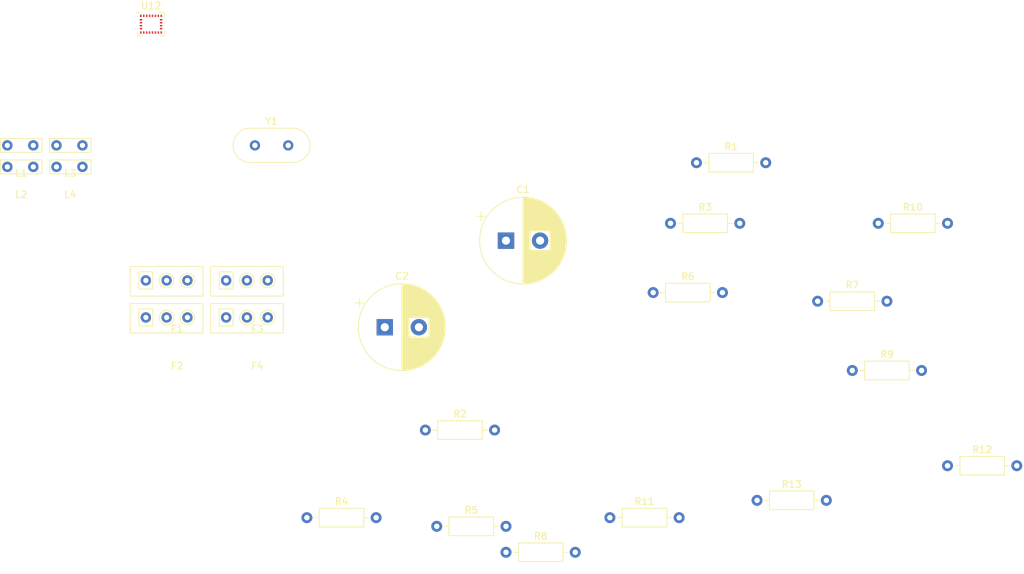
<source format=kicad_pcb>
(kicad_pcb (version 20171130) (host pcbnew "(5.1.2)-1")

  (general
    (thickness 1.6)
    (drawings 0)
    (tracks 0)
    (zones 0)
    (modules 25)
    (nets 44)
  )

  (page A4)
  (layers
    (0 F.Cu signal)
    (31 B.Cu signal)
    (32 B.Adhes user)
    (33 F.Adhes user)
    (34 B.Paste user)
    (35 F.Paste user)
    (36 B.SilkS user)
    (37 F.SilkS user)
    (38 B.Mask user)
    (39 F.Mask user)
    (40 Dwgs.User user)
    (41 Cmts.User user)
    (42 Eco1.User user)
    (43 Eco2.User user)
    (44 Edge.Cuts user)
    (45 Margin user)
    (46 B.CrtYd user)
    (47 F.CrtYd user)
    (48 B.Fab user)
    (49 F.Fab user)
  )

  (setup
    (last_trace_width 0.25)
    (trace_clearance 0.2)
    (zone_clearance 0.508)
    (zone_45_only no)
    (trace_min 0.2)
    (via_size 0.8)
    (via_drill 0.4)
    (via_min_size 0.4)
    (via_min_drill 0.3)
    (uvia_size 0.3)
    (uvia_drill 0.1)
    (uvias_allowed no)
    (uvia_min_size 0.2)
    (uvia_min_drill 0.1)
    (edge_width 0.05)
    (segment_width 0.2)
    (pcb_text_width 0.3)
    (pcb_text_size 1.5 1.5)
    (mod_edge_width 0.12)
    (mod_text_size 1 1)
    (mod_text_width 0.15)
    (pad_size 1.524 1.524)
    (pad_drill 0.762)
    (pad_to_mask_clearance 0.051)
    (solder_mask_min_width 0.25)
    (aux_axis_origin 0 0)
    (visible_elements 7FFFEFFF)
    (pcbplotparams
      (layerselection 0x010fc_ffffffff)
      (usegerberextensions false)
      (usegerberattributes false)
      (usegerberadvancedattributes false)
      (creategerberjobfile false)
      (excludeedgelayer true)
      (linewidth 0.100000)
      (plotframeref false)
      (viasonmask false)
      (mode 1)
      (useauxorigin false)
      (hpglpennumber 1)
      (hpglpenspeed 20)
      (hpglpendiameter 15.000000)
      (psnegative false)
      (psa4output false)
      (plotreference true)
      (plotvalue true)
      (plotinvisibletext false)
      (padsonsilk false)
      (subtractmaskfromsilk false)
      (outputformat 1)
      (mirror false)
      (drillshape 1)
      (scaleselection 1)
      (outputdirectory ""))
  )

  (net 0 "")
  (net 1 GND)
  (net 2 "Net-(C1-Pad1)")
  (net 3 "Net-(C2-Pad1)")
  (net 4 /V1)
  (net 5 "Net-(F1-Pad3)")
  (net 6 "Net-(R3-Pad2)")
  (net 7 "Net-(F2-Pad3)")
  (net 8 /V3)
  (net 9 "Net-(F3-Pad3)")
  (net 10 /V4)
  (net 11 "Net-(F4-Pad3)")
  (net 12 "Net-(R10-Pad1)")
  (net 13 "Net-(R11-Pad2)")
  (net 14 "Net-(R11-Pad1)")
  (net 15 "Net-(R12-Pad2)")
  (net 16 /Vo)
  (net 17 "Net-(U12-Pad13)")
  (net 18 "Net-(U12-Pad12)")
  (net 19 "Net-(U12-Pad11)")
  (net 20 "Net-(U12-Pad10)")
  (net 21 "Net-(U12-Pad9)")
  (net 22 "Net-(U12-Pad8)")
  (net 23 "Net-(U12-Pad7)")
  (net 24 "Net-(U12-Pad6)")
  (net 25 "Net-(U12-Pad18)")
  (net 26 "Net-(U12-Pad21)")
  (net 27 "Net-(U12-Pad22)")
  (net 28 "Net-(U12-Pad23)")
  (net 29 "Net-(U12-Pad24)")
  (net 30 "Net-(U12-Pad14)")
  (net 31 "Net-(U12-Pad5)")
  (net 32 "Net-(U12-Pad15)")
  (net 33 "Net-(U10-Pad27)")
  (net 34 "Net-(U12-Pad16)")
  (net 35 "Net-(U12-Pad3)")
  (net 36 "Net-(U12-Pad17)")
  (net 37 "Net-(U10-Pad28)")
  (net 38 "Net-(U12-Pad1)")
  (net 39 "Net-(F1-Pad1)")
  (net 40 "Net-(F2-Pad1)")
  (net 41 "Net-(F3-Pad1)")
  (net 42 "Net-(F4-Pad1)")
  (net 43 "Net-(L1-Pad2)")

  (net_class Default "This is the default net class."
    (clearance 0.2)
    (trace_width 0.25)
    (via_dia 0.8)
    (via_drill 0.4)
    (uvia_dia 0.3)
    (uvia_drill 0.1)
    (add_net /V1)
    (add_net /V3)
    (add_net /V4)
    (add_net /Vo)
    (add_net GND)
    (add_net "Net-(C1-Pad1)")
    (add_net "Net-(C2-Pad1)")
    (add_net "Net-(F1-Pad1)")
    (add_net "Net-(F1-Pad3)")
    (add_net "Net-(F2-Pad1)")
    (add_net "Net-(F2-Pad3)")
    (add_net "Net-(F3-Pad1)")
    (add_net "Net-(F3-Pad3)")
    (add_net "Net-(F4-Pad1)")
    (add_net "Net-(F4-Pad3)")
    (add_net "Net-(L1-Pad2)")
    (add_net "Net-(R10-Pad1)")
    (add_net "Net-(R11-Pad1)")
    (add_net "Net-(R11-Pad2)")
    (add_net "Net-(R12-Pad2)")
    (add_net "Net-(R3-Pad2)")
    (add_net "Net-(U10-Pad27)")
    (add_net "Net-(U10-Pad28)")
    (add_net "Net-(U12-Pad1)")
    (add_net "Net-(U12-Pad10)")
    (add_net "Net-(U12-Pad11)")
    (add_net "Net-(U12-Pad12)")
    (add_net "Net-(U12-Pad13)")
    (add_net "Net-(U12-Pad14)")
    (add_net "Net-(U12-Pad15)")
    (add_net "Net-(U12-Pad16)")
    (add_net "Net-(U12-Pad17)")
    (add_net "Net-(U12-Pad18)")
    (add_net "Net-(U12-Pad21)")
    (add_net "Net-(U12-Pad22)")
    (add_net "Net-(U12-Pad23)")
    (add_net "Net-(U12-Pad24)")
    (add_net "Net-(U12-Pad3)")
    (add_net "Net-(U12-Pad5)")
    (add_net "Net-(U12-Pad6)")
    (add_net "Net-(U12-Pad7)")
    (add_net "Net-(U12-Pad8)")
    (add_net "Net-(U12-Pad9)")
  )

  (module Resistor_THT:R_Axial_DIN0207_L6.3mm_D2.5mm_P10.16mm_Horizontal (layer F.Cu) (tedit 5AE5139B) (tstamp 5D2AFBCC)
    (at 160.02 105.41)
    (descr "Resistor, Axial_DIN0207 series, Axial, Horizontal, pin pitch=10.16mm, 0.25W = 1/4W, length*diameter=6.3*2.5mm^2, http://cdn-reichelt.de/documents/datenblatt/B400/1_4W%23YAG.pdf")
    (tags "Resistor Axial_DIN0207 series Axial Horizontal pin pitch 10.16mm 0.25W = 1/4W length 6.3mm diameter 2.5mm")
    (path /5D253298)
    (fp_text reference R13 (at 5.08 -2.37) (layer F.SilkS)
      (effects (font (size 1 1) (thickness 0.15)))
    )
    (fp_text value 1kr (at 5.08 2.37) (layer F.Fab)
      (effects (font (size 1 1) (thickness 0.15)))
    )
    (fp_text user %R (at 5.08 0) (layer F.Fab)
      (effects (font (size 1 1) (thickness 0.15)))
    )
    (fp_line (start 11.21 -1.5) (end -1.05 -1.5) (layer F.CrtYd) (width 0.05))
    (fp_line (start 11.21 1.5) (end 11.21 -1.5) (layer F.CrtYd) (width 0.05))
    (fp_line (start -1.05 1.5) (end 11.21 1.5) (layer F.CrtYd) (width 0.05))
    (fp_line (start -1.05 -1.5) (end -1.05 1.5) (layer F.CrtYd) (width 0.05))
    (fp_line (start 9.12 0) (end 8.35 0) (layer F.SilkS) (width 0.12))
    (fp_line (start 1.04 0) (end 1.81 0) (layer F.SilkS) (width 0.12))
    (fp_line (start 8.35 -1.37) (end 1.81 -1.37) (layer F.SilkS) (width 0.12))
    (fp_line (start 8.35 1.37) (end 8.35 -1.37) (layer F.SilkS) (width 0.12))
    (fp_line (start 1.81 1.37) (end 8.35 1.37) (layer F.SilkS) (width 0.12))
    (fp_line (start 1.81 -1.37) (end 1.81 1.37) (layer F.SilkS) (width 0.12))
    (fp_line (start 10.16 0) (end 8.23 0) (layer F.Fab) (width 0.1))
    (fp_line (start 0 0) (end 1.93 0) (layer F.Fab) (width 0.1))
    (fp_line (start 8.23 -1.25) (end 1.93 -1.25) (layer F.Fab) (width 0.1))
    (fp_line (start 8.23 1.25) (end 8.23 -1.25) (layer F.Fab) (width 0.1))
    (fp_line (start 1.93 1.25) (end 8.23 1.25) (layer F.Fab) (width 0.1))
    (fp_line (start 1.93 -1.25) (end 1.93 1.25) (layer F.Fab) (width 0.1))
    (pad 2 thru_hole oval (at 10.16 0) (size 1.6 1.6) (drill 0.8) (layers *.Cu *.Mask)
      (net 1 GND))
    (pad 1 thru_hole circle (at 0 0) (size 1.6 1.6) (drill 0.8) (layers *.Cu *.Mask)
      (net 15 "Net-(R12-Pad2)"))
    (model ${KISYS3DMOD}/Resistor_THT.3dshapes/R_Axial_DIN0207_L6.3mm_D2.5mm_P10.16mm_Horizontal.wrl
      (at (xyz 0 0 0))
      (scale (xyz 1 1 1))
      (rotate (xyz 0 0 0))
    )
  )

  (module Resistor_THT:R_Axial_DIN0207_L6.3mm_D2.5mm_P10.16mm_Horizontal (layer F.Cu) (tedit 5AE5139B) (tstamp 5D2AFBBE)
    (at 187.96 100.33)
    (descr "Resistor, Axial_DIN0207 series, Axial, Horizontal, pin pitch=10.16mm, 0.25W = 1/4W, length*diameter=6.3*2.5mm^2, http://cdn-reichelt.de/documents/datenblatt/B400/1_4W%23YAG.pdf")
    (tags "Resistor Axial_DIN0207 series Axial Horizontal pin pitch 10.16mm 0.25W = 1/4W length 6.3mm diameter 2.5mm")
    (path /5D253292)
    (fp_text reference R12 (at 5.08 -2.37) (layer F.SilkS)
      (effects (font (size 1 1) (thickness 0.15)))
    )
    (fp_text value 330R (at 5.08 2.37) (layer F.Fab)
      (effects (font (size 1 1) (thickness 0.15)))
    )
    (fp_text user %R (at 5.08 0) (layer F.Fab)
      (effects (font (size 1 1) (thickness 0.15)))
    )
    (fp_line (start 11.21 -1.5) (end -1.05 -1.5) (layer F.CrtYd) (width 0.05))
    (fp_line (start 11.21 1.5) (end 11.21 -1.5) (layer F.CrtYd) (width 0.05))
    (fp_line (start -1.05 1.5) (end 11.21 1.5) (layer F.CrtYd) (width 0.05))
    (fp_line (start -1.05 -1.5) (end -1.05 1.5) (layer F.CrtYd) (width 0.05))
    (fp_line (start 9.12 0) (end 8.35 0) (layer F.SilkS) (width 0.12))
    (fp_line (start 1.04 0) (end 1.81 0) (layer F.SilkS) (width 0.12))
    (fp_line (start 8.35 -1.37) (end 1.81 -1.37) (layer F.SilkS) (width 0.12))
    (fp_line (start 8.35 1.37) (end 8.35 -1.37) (layer F.SilkS) (width 0.12))
    (fp_line (start 1.81 1.37) (end 8.35 1.37) (layer F.SilkS) (width 0.12))
    (fp_line (start 1.81 -1.37) (end 1.81 1.37) (layer F.SilkS) (width 0.12))
    (fp_line (start 10.16 0) (end 8.23 0) (layer F.Fab) (width 0.1))
    (fp_line (start 0 0) (end 1.93 0) (layer F.Fab) (width 0.1))
    (fp_line (start 8.23 -1.25) (end 1.93 -1.25) (layer F.Fab) (width 0.1))
    (fp_line (start 8.23 1.25) (end 8.23 -1.25) (layer F.Fab) (width 0.1))
    (fp_line (start 1.93 1.25) (end 8.23 1.25) (layer F.Fab) (width 0.1))
    (fp_line (start 1.93 -1.25) (end 1.93 1.25) (layer F.Fab) (width 0.1))
    (pad 2 thru_hole oval (at 10.16 0) (size 1.6 1.6) (drill 0.8) (layers *.Cu *.Mask)
      (net 15 "Net-(R12-Pad2)"))
    (pad 1 thru_hole circle (at 0 0) (size 1.6 1.6) (drill 0.8) (layers *.Cu *.Mask)
      (net 16 /Vo))
    (model ${KISYS3DMOD}/Resistor_THT.3dshapes/R_Axial_DIN0207_L6.3mm_D2.5mm_P10.16mm_Horizontal.wrl
      (at (xyz 0 0 0))
      (scale (xyz 1 1 1))
      (rotate (xyz 0 0 0))
    )
  )

  (module Resistor_THT:R_Axial_DIN0207_L6.3mm_D2.5mm_P10.16mm_Horizontal (layer F.Cu) (tedit 5AE5139B) (tstamp 5D2AFBB0)
    (at 138.43 107.95)
    (descr "Resistor, Axial_DIN0207 series, Axial, Horizontal, pin pitch=10.16mm, 0.25W = 1/4W, length*diameter=6.3*2.5mm^2, http://cdn-reichelt.de/documents/datenblatt/B400/1_4W%23YAG.pdf")
    (tags "Resistor Axial_DIN0207 series Axial Horizontal pin pitch 10.16mm 0.25W = 1/4W length 6.3mm diameter 2.5mm")
    (path /5D23F59F)
    (fp_text reference R11 (at 5.08 -2.37) (layer F.SilkS)
      (effects (font (size 1 1) (thickness 0.15)))
    )
    (fp_text value 10K (at 5.08 2.37) (layer F.Fab)
      (effects (font (size 1 1) (thickness 0.15)))
    )
    (fp_text user %R (at 5.08 0) (layer F.Fab)
      (effects (font (size 1 1) (thickness 0.15)))
    )
    (fp_line (start 11.21 -1.5) (end -1.05 -1.5) (layer F.CrtYd) (width 0.05))
    (fp_line (start 11.21 1.5) (end 11.21 -1.5) (layer F.CrtYd) (width 0.05))
    (fp_line (start -1.05 1.5) (end 11.21 1.5) (layer F.CrtYd) (width 0.05))
    (fp_line (start -1.05 -1.5) (end -1.05 1.5) (layer F.CrtYd) (width 0.05))
    (fp_line (start 9.12 0) (end 8.35 0) (layer F.SilkS) (width 0.12))
    (fp_line (start 1.04 0) (end 1.81 0) (layer F.SilkS) (width 0.12))
    (fp_line (start 8.35 -1.37) (end 1.81 -1.37) (layer F.SilkS) (width 0.12))
    (fp_line (start 8.35 1.37) (end 8.35 -1.37) (layer F.SilkS) (width 0.12))
    (fp_line (start 1.81 1.37) (end 8.35 1.37) (layer F.SilkS) (width 0.12))
    (fp_line (start 1.81 -1.37) (end 1.81 1.37) (layer F.SilkS) (width 0.12))
    (fp_line (start 10.16 0) (end 8.23 0) (layer F.Fab) (width 0.1))
    (fp_line (start 0 0) (end 1.93 0) (layer F.Fab) (width 0.1))
    (fp_line (start 8.23 -1.25) (end 1.93 -1.25) (layer F.Fab) (width 0.1))
    (fp_line (start 8.23 1.25) (end 8.23 -1.25) (layer F.Fab) (width 0.1))
    (fp_line (start 1.93 1.25) (end 8.23 1.25) (layer F.Fab) (width 0.1))
    (fp_line (start 1.93 -1.25) (end 1.93 1.25) (layer F.Fab) (width 0.1))
    (pad 2 thru_hole oval (at 10.16 0) (size 1.6 1.6) (drill 0.8) (layers *.Cu *.Mask)
      (net 13 "Net-(R11-Pad2)"))
    (pad 1 thru_hole circle (at 0 0) (size 1.6 1.6) (drill 0.8) (layers *.Cu *.Mask)
      (net 14 "Net-(R11-Pad1)"))
    (model ${KISYS3DMOD}/Resistor_THT.3dshapes/R_Axial_DIN0207_L6.3mm_D2.5mm_P10.16mm_Horizontal.wrl
      (at (xyz 0 0 0))
      (scale (xyz 1 1 1))
      (rotate (xyz 0 0 0))
    )
  )

  (module Resistor_THT:R_Axial_DIN0207_L6.3mm_D2.5mm_P10.16mm_Horizontal (layer F.Cu) (tedit 5AE5139B) (tstamp 5D2AFBA2)
    (at 177.8 64.77)
    (descr "Resistor, Axial_DIN0207 series, Axial, Horizontal, pin pitch=10.16mm, 0.25W = 1/4W, length*diameter=6.3*2.5mm^2, http://cdn-reichelt.de/documents/datenblatt/B400/1_4W%23YAG.pdf")
    (tags "Resistor Axial_DIN0207 series Axial Horizontal pin pitch 10.16mm 0.25W = 1/4W length 6.3mm diameter 2.5mm")
    (path /5D22DC60)
    (fp_text reference R10 (at 5.08 -2.37) (layer F.SilkS)
      (effects (font (size 1 1) (thickness 0.15)))
    )
    (fp_text value 2K (at 5.08 2.37) (layer F.Fab)
      (effects (font (size 1 1) (thickness 0.15)))
    )
    (fp_text user %R (at 5.08 0) (layer F.Fab)
      (effects (font (size 1 1) (thickness 0.15)))
    )
    (fp_line (start 11.21 -1.5) (end -1.05 -1.5) (layer F.CrtYd) (width 0.05))
    (fp_line (start 11.21 1.5) (end 11.21 -1.5) (layer F.CrtYd) (width 0.05))
    (fp_line (start -1.05 1.5) (end 11.21 1.5) (layer F.CrtYd) (width 0.05))
    (fp_line (start -1.05 -1.5) (end -1.05 1.5) (layer F.CrtYd) (width 0.05))
    (fp_line (start 9.12 0) (end 8.35 0) (layer F.SilkS) (width 0.12))
    (fp_line (start 1.04 0) (end 1.81 0) (layer F.SilkS) (width 0.12))
    (fp_line (start 8.35 -1.37) (end 1.81 -1.37) (layer F.SilkS) (width 0.12))
    (fp_line (start 8.35 1.37) (end 8.35 -1.37) (layer F.SilkS) (width 0.12))
    (fp_line (start 1.81 1.37) (end 8.35 1.37) (layer F.SilkS) (width 0.12))
    (fp_line (start 1.81 -1.37) (end 1.81 1.37) (layer F.SilkS) (width 0.12))
    (fp_line (start 10.16 0) (end 8.23 0) (layer F.Fab) (width 0.1))
    (fp_line (start 0 0) (end 1.93 0) (layer F.Fab) (width 0.1))
    (fp_line (start 8.23 -1.25) (end 1.93 -1.25) (layer F.Fab) (width 0.1))
    (fp_line (start 8.23 1.25) (end 8.23 -1.25) (layer F.Fab) (width 0.1))
    (fp_line (start 1.93 1.25) (end 8.23 1.25) (layer F.Fab) (width 0.1))
    (fp_line (start 1.93 -1.25) (end 1.93 1.25) (layer F.Fab) (width 0.1))
    (pad 2 thru_hole oval (at 10.16 0) (size 1.6 1.6) (drill 0.8) (layers *.Cu *.Mask)
      (net 1 GND))
    (pad 1 thru_hole circle (at 0 0) (size 1.6 1.6) (drill 0.8) (layers *.Cu *.Mask)
      (net 12 "Net-(R10-Pad1)"))
    (model ${KISYS3DMOD}/Resistor_THT.3dshapes/R_Axial_DIN0207_L6.3mm_D2.5mm_P10.16mm_Horizontal.wrl
      (at (xyz 0 0 0))
      (scale (xyz 1 1 1))
      (rotate (xyz 0 0 0))
    )
  )

  (module Resistor_THT:R_Axial_DIN0207_L6.3mm_D2.5mm_P10.16mm_Horizontal (layer F.Cu) (tedit 5AE5139B) (tstamp 5D2AFB94)
    (at 173.99 86.36)
    (descr "Resistor, Axial_DIN0207 series, Axial, Horizontal, pin pitch=10.16mm, 0.25W = 1/4W, length*diameter=6.3*2.5mm^2, http://cdn-reichelt.de/documents/datenblatt/B400/1_4W%23YAG.pdf")
    (tags "Resistor Axial_DIN0207 series Axial Horizontal pin pitch 10.16mm 0.25W = 1/4W length 6.3mm diameter 2.5mm")
    (path /5D22D757)
    (fp_text reference R9 (at 5.08 -2.37) (layer F.SilkS)
      (effects (font (size 1 1) (thickness 0.15)))
    )
    (fp_text value 330 (at 5.08 2.37) (layer F.Fab)
      (effects (font (size 1 1) (thickness 0.15)))
    )
    (fp_text user %R (at 5.08 0) (layer F.Fab)
      (effects (font (size 1 1) (thickness 0.15)))
    )
    (fp_line (start 11.21 -1.5) (end -1.05 -1.5) (layer F.CrtYd) (width 0.05))
    (fp_line (start 11.21 1.5) (end 11.21 -1.5) (layer F.CrtYd) (width 0.05))
    (fp_line (start -1.05 1.5) (end 11.21 1.5) (layer F.CrtYd) (width 0.05))
    (fp_line (start -1.05 -1.5) (end -1.05 1.5) (layer F.CrtYd) (width 0.05))
    (fp_line (start 9.12 0) (end 8.35 0) (layer F.SilkS) (width 0.12))
    (fp_line (start 1.04 0) (end 1.81 0) (layer F.SilkS) (width 0.12))
    (fp_line (start 8.35 -1.37) (end 1.81 -1.37) (layer F.SilkS) (width 0.12))
    (fp_line (start 8.35 1.37) (end 8.35 -1.37) (layer F.SilkS) (width 0.12))
    (fp_line (start 1.81 1.37) (end 8.35 1.37) (layer F.SilkS) (width 0.12))
    (fp_line (start 1.81 -1.37) (end 1.81 1.37) (layer F.SilkS) (width 0.12))
    (fp_line (start 10.16 0) (end 8.23 0) (layer F.Fab) (width 0.1))
    (fp_line (start 0 0) (end 1.93 0) (layer F.Fab) (width 0.1))
    (fp_line (start 8.23 -1.25) (end 1.93 -1.25) (layer F.Fab) (width 0.1))
    (fp_line (start 8.23 1.25) (end 8.23 -1.25) (layer F.Fab) (width 0.1))
    (fp_line (start 1.93 1.25) (end 8.23 1.25) (layer F.Fab) (width 0.1))
    (fp_line (start 1.93 -1.25) (end 1.93 1.25) (layer F.Fab) (width 0.1))
    (pad 2 thru_hole oval (at 10.16 0) (size 1.6 1.6) (drill 0.8) (layers *.Cu *.Mask)
      (net 12 "Net-(R10-Pad1)"))
    (pad 1 thru_hole circle (at 0 0) (size 1.6 1.6) (drill 0.8) (layers *.Cu *.Mask)
      (net 13 "Net-(R11-Pad2)"))
    (model ${KISYS3DMOD}/Resistor_THT.3dshapes/R_Axial_DIN0207_L6.3mm_D2.5mm_P10.16mm_Horizontal.wrl
      (at (xyz 0 0 0))
      (scale (xyz 1 1 1))
      (rotate (xyz 0 0 0))
    )
  )

  (module Resistor_THT:R_Axial_DIN0207_L6.3mm_D2.5mm_P10.16mm_Horizontal (layer F.Cu) (tedit 5AE5139B) (tstamp 5D2AFB86)
    (at 123.19 113.03)
    (descr "Resistor, Axial_DIN0207 series, Axial, Horizontal, pin pitch=10.16mm, 0.25W = 1/4W, length*diameter=6.3*2.5mm^2, http://cdn-reichelt.de/documents/datenblatt/B400/1_4W%23YAG.pdf")
    (tags "Resistor Axial_DIN0207 series Axial Horizontal pin pitch 10.16mm 0.25W = 1/4W length 6.3mm diameter 2.5mm")
    (path /5D2835FF)
    (fp_text reference R8 (at 5.08 -2.37) (layer F.SilkS)
      (effects (font (size 1 1) (thickness 0.15)))
    )
    (fp_text value 330 (at 5.08 2.37) (layer F.Fab)
      (effects (font (size 1 1) (thickness 0.15)))
    )
    (fp_text user %R (at 5.08 0) (layer F.Fab)
      (effects (font (size 1 1) (thickness 0.15)))
    )
    (fp_line (start 11.21 -1.5) (end -1.05 -1.5) (layer F.CrtYd) (width 0.05))
    (fp_line (start 11.21 1.5) (end 11.21 -1.5) (layer F.CrtYd) (width 0.05))
    (fp_line (start -1.05 1.5) (end 11.21 1.5) (layer F.CrtYd) (width 0.05))
    (fp_line (start -1.05 -1.5) (end -1.05 1.5) (layer F.CrtYd) (width 0.05))
    (fp_line (start 9.12 0) (end 8.35 0) (layer F.SilkS) (width 0.12))
    (fp_line (start 1.04 0) (end 1.81 0) (layer F.SilkS) (width 0.12))
    (fp_line (start 8.35 -1.37) (end 1.81 -1.37) (layer F.SilkS) (width 0.12))
    (fp_line (start 8.35 1.37) (end 8.35 -1.37) (layer F.SilkS) (width 0.12))
    (fp_line (start 1.81 1.37) (end 8.35 1.37) (layer F.SilkS) (width 0.12))
    (fp_line (start 1.81 -1.37) (end 1.81 1.37) (layer F.SilkS) (width 0.12))
    (fp_line (start 10.16 0) (end 8.23 0) (layer F.Fab) (width 0.1))
    (fp_line (start 0 0) (end 1.93 0) (layer F.Fab) (width 0.1))
    (fp_line (start 8.23 -1.25) (end 1.93 -1.25) (layer F.Fab) (width 0.1))
    (fp_line (start 8.23 1.25) (end 8.23 -1.25) (layer F.Fab) (width 0.1))
    (fp_line (start 1.93 1.25) (end 8.23 1.25) (layer F.Fab) (width 0.1))
    (fp_line (start 1.93 -1.25) (end 1.93 1.25) (layer F.Fab) (width 0.1))
    (pad 2 thru_hole oval (at 10.16 0) (size 1.6 1.6) (drill 0.8) (layers *.Cu *.Mask)
      (net 1 GND))
    (pad 1 thru_hole circle (at 0 0) (size 1.6 1.6) (drill 0.8) (layers *.Cu *.Mask)
      (net 11 "Net-(F4-Pad3)"))
    (model ${KISYS3DMOD}/Resistor_THT.3dshapes/R_Axial_DIN0207_L6.3mm_D2.5mm_P10.16mm_Horizontal.wrl
      (at (xyz 0 0 0))
      (scale (xyz 1 1 1))
      (rotate (xyz 0 0 0))
    )
  )

  (module Resistor_THT:R_Axial_DIN0207_L6.3mm_D2.5mm_P10.16mm_Horizontal (layer F.Cu) (tedit 5AE5139B) (tstamp 5D2AFB78)
    (at 168.91 76.2)
    (descr "Resistor, Axial_DIN0207 series, Axial, Horizontal, pin pitch=10.16mm, 0.25W = 1/4W, length*diameter=6.3*2.5mm^2, http://cdn-reichelt.de/documents/datenblatt/B400/1_4W%23YAG.pdf")
    (tags "Resistor Axial_DIN0207 series Axial Horizontal pin pitch 10.16mm 0.25W = 1/4W length 6.3mm diameter 2.5mm")
    (path /5D285875)
    (fp_text reference R7 (at 5.08 -2.37) (layer F.SilkS)
      (effects (font (size 1 1) (thickness 0.15)))
    )
    (fp_text value 330 (at 5.08 2.37) (layer F.Fab)
      (effects (font (size 1 1) (thickness 0.15)))
    )
    (fp_text user %R (at 5.08 0) (layer F.Fab)
      (effects (font (size 1 1) (thickness 0.15)))
    )
    (fp_line (start 11.21 -1.5) (end -1.05 -1.5) (layer F.CrtYd) (width 0.05))
    (fp_line (start 11.21 1.5) (end 11.21 -1.5) (layer F.CrtYd) (width 0.05))
    (fp_line (start -1.05 1.5) (end 11.21 1.5) (layer F.CrtYd) (width 0.05))
    (fp_line (start -1.05 -1.5) (end -1.05 1.5) (layer F.CrtYd) (width 0.05))
    (fp_line (start 9.12 0) (end 8.35 0) (layer F.SilkS) (width 0.12))
    (fp_line (start 1.04 0) (end 1.81 0) (layer F.SilkS) (width 0.12))
    (fp_line (start 8.35 -1.37) (end 1.81 -1.37) (layer F.SilkS) (width 0.12))
    (fp_line (start 8.35 1.37) (end 8.35 -1.37) (layer F.SilkS) (width 0.12))
    (fp_line (start 1.81 1.37) (end 8.35 1.37) (layer F.SilkS) (width 0.12))
    (fp_line (start 1.81 -1.37) (end 1.81 1.37) (layer F.SilkS) (width 0.12))
    (fp_line (start 10.16 0) (end 8.23 0) (layer F.Fab) (width 0.1))
    (fp_line (start 0 0) (end 1.93 0) (layer F.Fab) (width 0.1))
    (fp_line (start 8.23 -1.25) (end 1.93 -1.25) (layer F.Fab) (width 0.1))
    (fp_line (start 8.23 1.25) (end 8.23 -1.25) (layer F.Fab) (width 0.1))
    (fp_line (start 1.93 1.25) (end 8.23 1.25) (layer F.Fab) (width 0.1))
    (fp_line (start 1.93 -1.25) (end 1.93 1.25) (layer F.Fab) (width 0.1))
    (pad 2 thru_hole oval (at 10.16 0) (size 1.6 1.6) (drill 0.8) (layers *.Cu *.Mask)
      (net 10 /V4))
    (pad 1 thru_hole circle (at 0 0) (size 1.6 1.6) (drill 0.8) (layers *.Cu *.Mask)
      (net 11 "Net-(F4-Pad3)"))
    (model ${KISYS3DMOD}/Resistor_THT.3dshapes/R_Axial_DIN0207_L6.3mm_D2.5mm_P10.16mm_Horizontal.wrl
      (at (xyz 0 0 0))
      (scale (xyz 1 1 1))
      (rotate (xyz 0 0 0))
    )
  )

  (module Resistor_THT:R_Axial_DIN0207_L6.3mm_D2.5mm_P10.16mm_Horizontal (layer F.Cu) (tedit 5AE5139B) (tstamp 5D2AFB6A)
    (at 144.78 74.93)
    (descr "Resistor, Axial_DIN0207 series, Axial, Horizontal, pin pitch=10.16mm, 0.25W = 1/4W, length*diameter=6.3*2.5mm^2, http://cdn-reichelt.de/documents/datenblatt/B400/1_4W%23YAG.pdf")
    (tags "Resistor Axial_DIN0207 series Axial Horizontal pin pitch 10.16mm 0.25W = 1/4W length 6.3mm diameter 2.5mm")
    (path /5D2DA51A)
    (fp_text reference R6 (at 5.08 -2.37) (layer F.SilkS)
      (effects (font (size 1 1) (thickness 0.15)))
    )
    (fp_text value 330 (at 5.08 2.37) (layer F.Fab)
      (effects (font (size 1 1) (thickness 0.15)))
    )
    (fp_text user %R (at 5.08 0) (layer F.Fab)
      (effects (font (size 1 1) (thickness 0.15)))
    )
    (fp_line (start 11.21 -1.5) (end -1.05 -1.5) (layer F.CrtYd) (width 0.05))
    (fp_line (start 11.21 1.5) (end 11.21 -1.5) (layer F.CrtYd) (width 0.05))
    (fp_line (start -1.05 1.5) (end 11.21 1.5) (layer F.CrtYd) (width 0.05))
    (fp_line (start -1.05 -1.5) (end -1.05 1.5) (layer F.CrtYd) (width 0.05))
    (fp_line (start 9.12 0) (end 8.35 0) (layer F.SilkS) (width 0.12))
    (fp_line (start 1.04 0) (end 1.81 0) (layer F.SilkS) (width 0.12))
    (fp_line (start 8.35 -1.37) (end 1.81 -1.37) (layer F.SilkS) (width 0.12))
    (fp_line (start 8.35 1.37) (end 8.35 -1.37) (layer F.SilkS) (width 0.12))
    (fp_line (start 1.81 1.37) (end 8.35 1.37) (layer F.SilkS) (width 0.12))
    (fp_line (start 1.81 -1.37) (end 1.81 1.37) (layer F.SilkS) (width 0.12))
    (fp_line (start 10.16 0) (end 8.23 0) (layer F.Fab) (width 0.1))
    (fp_line (start 0 0) (end 1.93 0) (layer F.Fab) (width 0.1))
    (fp_line (start 8.23 -1.25) (end 1.93 -1.25) (layer F.Fab) (width 0.1))
    (fp_line (start 8.23 1.25) (end 8.23 -1.25) (layer F.Fab) (width 0.1))
    (fp_line (start 1.93 1.25) (end 8.23 1.25) (layer F.Fab) (width 0.1))
    (fp_line (start 1.93 -1.25) (end 1.93 1.25) (layer F.Fab) (width 0.1))
    (pad 2 thru_hole oval (at 10.16 0) (size 1.6 1.6) (drill 0.8) (layers *.Cu *.Mask)
      (net 1 GND))
    (pad 1 thru_hole circle (at 0 0) (size 1.6 1.6) (drill 0.8) (layers *.Cu *.Mask)
      (net 9 "Net-(F3-Pad3)"))
    (model ${KISYS3DMOD}/Resistor_THT.3dshapes/R_Axial_DIN0207_L6.3mm_D2.5mm_P10.16mm_Horizontal.wrl
      (at (xyz 0 0 0))
      (scale (xyz 1 1 1))
      (rotate (xyz 0 0 0))
    )
  )

  (module Resistor_THT:R_Axial_DIN0207_L6.3mm_D2.5mm_P10.16mm_Horizontal (layer F.Cu) (tedit 5AE5139B) (tstamp 5D2AFB5C)
    (at 113.03 109.22)
    (descr "Resistor, Axial_DIN0207 series, Axial, Horizontal, pin pitch=10.16mm, 0.25W = 1/4W, length*diameter=6.3*2.5mm^2, http://cdn-reichelt.de/documents/datenblatt/B400/1_4W%23YAG.pdf")
    (tags "Resistor Axial_DIN0207 series Axial Horizontal pin pitch 10.16mm 0.25W = 1/4W length 6.3mm diameter 2.5mm")
    (path /5D2DA524)
    (fp_text reference R5 (at 5.08 -2.37) (layer F.SilkS)
      (effects (font (size 1 1) (thickness 0.15)))
    )
    (fp_text value 330 (at 5.08 2.37) (layer F.Fab)
      (effects (font (size 1 1) (thickness 0.15)))
    )
    (fp_text user %R (at 5.08 0) (layer F.Fab)
      (effects (font (size 1 1) (thickness 0.15)))
    )
    (fp_line (start 11.21 -1.5) (end -1.05 -1.5) (layer F.CrtYd) (width 0.05))
    (fp_line (start 11.21 1.5) (end 11.21 -1.5) (layer F.CrtYd) (width 0.05))
    (fp_line (start -1.05 1.5) (end 11.21 1.5) (layer F.CrtYd) (width 0.05))
    (fp_line (start -1.05 -1.5) (end -1.05 1.5) (layer F.CrtYd) (width 0.05))
    (fp_line (start 9.12 0) (end 8.35 0) (layer F.SilkS) (width 0.12))
    (fp_line (start 1.04 0) (end 1.81 0) (layer F.SilkS) (width 0.12))
    (fp_line (start 8.35 -1.37) (end 1.81 -1.37) (layer F.SilkS) (width 0.12))
    (fp_line (start 8.35 1.37) (end 8.35 -1.37) (layer F.SilkS) (width 0.12))
    (fp_line (start 1.81 1.37) (end 8.35 1.37) (layer F.SilkS) (width 0.12))
    (fp_line (start 1.81 -1.37) (end 1.81 1.37) (layer F.SilkS) (width 0.12))
    (fp_line (start 10.16 0) (end 8.23 0) (layer F.Fab) (width 0.1))
    (fp_line (start 0 0) (end 1.93 0) (layer F.Fab) (width 0.1))
    (fp_line (start 8.23 -1.25) (end 1.93 -1.25) (layer F.Fab) (width 0.1))
    (fp_line (start 8.23 1.25) (end 8.23 -1.25) (layer F.Fab) (width 0.1))
    (fp_line (start 1.93 1.25) (end 8.23 1.25) (layer F.Fab) (width 0.1))
    (fp_line (start 1.93 -1.25) (end 1.93 1.25) (layer F.Fab) (width 0.1))
    (pad 2 thru_hole oval (at 10.16 0) (size 1.6 1.6) (drill 0.8) (layers *.Cu *.Mask)
      (net 8 /V3))
    (pad 1 thru_hole circle (at 0 0) (size 1.6 1.6) (drill 0.8) (layers *.Cu *.Mask)
      (net 9 "Net-(F3-Pad3)"))
    (model ${KISYS3DMOD}/Resistor_THT.3dshapes/R_Axial_DIN0207_L6.3mm_D2.5mm_P10.16mm_Horizontal.wrl
      (at (xyz 0 0 0))
      (scale (xyz 1 1 1))
      (rotate (xyz 0 0 0))
    )
  )

  (module Resistor_THT:R_Axial_DIN0207_L6.3mm_D2.5mm_P10.16mm_Horizontal (layer F.Cu) (tedit 5AE5139B) (tstamp 5D2AFB4E)
    (at 93.98 107.95)
    (descr "Resistor, Axial_DIN0207 series, Axial, Horizontal, pin pitch=10.16mm, 0.25W = 1/4W, length*diameter=6.3*2.5mm^2, http://cdn-reichelt.de/documents/datenblatt/B400/1_4W%23YAG.pdf")
    (tags "Resistor Axial_DIN0207 series Axial Horizontal pin pitch 10.16mm 0.25W = 1/4W length 6.3mm diameter 2.5mm")
    (path /5D2DC645)
    (fp_text reference R4 (at 5.08 -2.37) (layer F.SilkS)
      (effects (font (size 1 1) (thickness 0.15)))
    )
    (fp_text value 330 (at 5.08 2.37) (layer F.Fab)
      (effects (font (size 1 1) (thickness 0.15)))
    )
    (fp_text user %R (at 5.08 0) (layer F.Fab)
      (effects (font (size 1 1) (thickness 0.15)))
    )
    (fp_line (start 11.21 -1.5) (end -1.05 -1.5) (layer F.CrtYd) (width 0.05))
    (fp_line (start 11.21 1.5) (end 11.21 -1.5) (layer F.CrtYd) (width 0.05))
    (fp_line (start -1.05 1.5) (end 11.21 1.5) (layer F.CrtYd) (width 0.05))
    (fp_line (start -1.05 -1.5) (end -1.05 1.5) (layer F.CrtYd) (width 0.05))
    (fp_line (start 9.12 0) (end 8.35 0) (layer F.SilkS) (width 0.12))
    (fp_line (start 1.04 0) (end 1.81 0) (layer F.SilkS) (width 0.12))
    (fp_line (start 8.35 -1.37) (end 1.81 -1.37) (layer F.SilkS) (width 0.12))
    (fp_line (start 8.35 1.37) (end 8.35 -1.37) (layer F.SilkS) (width 0.12))
    (fp_line (start 1.81 1.37) (end 8.35 1.37) (layer F.SilkS) (width 0.12))
    (fp_line (start 1.81 -1.37) (end 1.81 1.37) (layer F.SilkS) (width 0.12))
    (fp_line (start 10.16 0) (end 8.23 0) (layer F.Fab) (width 0.1))
    (fp_line (start 0 0) (end 1.93 0) (layer F.Fab) (width 0.1))
    (fp_line (start 8.23 -1.25) (end 1.93 -1.25) (layer F.Fab) (width 0.1))
    (fp_line (start 8.23 1.25) (end 8.23 -1.25) (layer F.Fab) (width 0.1))
    (fp_line (start 1.93 1.25) (end 8.23 1.25) (layer F.Fab) (width 0.1))
    (fp_line (start 1.93 -1.25) (end 1.93 1.25) (layer F.Fab) (width 0.1))
    (pad 2 thru_hole oval (at 10.16 0) (size 1.6 1.6) (drill 0.8) (layers *.Cu *.Mask)
      (net 1 GND))
    (pad 1 thru_hole circle (at 0 0) (size 1.6 1.6) (drill 0.8) (layers *.Cu *.Mask)
      (net 7 "Net-(F2-Pad3)"))
    (model ${KISYS3DMOD}/Resistor_THT.3dshapes/R_Axial_DIN0207_L6.3mm_D2.5mm_P10.16mm_Horizontal.wrl
      (at (xyz 0 0 0))
      (scale (xyz 1 1 1))
      (rotate (xyz 0 0 0))
    )
  )

  (module Resistor_THT:R_Axial_DIN0207_L6.3mm_D2.5mm_P10.16mm_Horizontal (layer F.Cu) (tedit 5AE5139B) (tstamp 5D2AFB40)
    (at 147.32 64.77)
    (descr "Resistor, Axial_DIN0207 series, Axial, Horizontal, pin pitch=10.16mm, 0.25W = 1/4W, length*diameter=6.3*2.5mm^2, http://cdn-reichelt.de/documents/datenblatt/B400/1_4W%23YAG.pdf")
    (tags "Resistor Axial_DIN0207 series Axial Horizontal pin pitch 10.16mm 0.25W = 1/4W length 6.3mm diameter 2.5mm")
    (path /5D2DC64F)
    (fp_text reference R3 (at 5.08 -2.37) (layer F.SilkS)
      (effects (font (size 1 1) (thickness 0.15)))
    )
    (fp_text value 330 (at 5.08 2.37) (layer F.Fab)
      (effects (font (size 1 1) (thickness 0.15)))
    )
    (fp_text user %R (at 5.08 0) (layer F.Fab)
      (effects (font (size 1 1) (thickness 0.15)))
    )
    (fp_line (start 11.21 -1.5) (end -1.05 -1.5) (layer F.CrtYd) (width 0.05))
    (fp_line (start 11.21 1.5) (end 11.21 -1.5) (layer F.CrtYd) (width 0.05))
    (fp_line (start -1.05 1.5) (end 11.21 1.5) (layer F.CrtYd) (width 0.05))
    (fp_line (start -1.05 -1.5) (end -1.05 1.5) (layer F.CrtYd) (width 0.05))
    (fp_line (start 9.12 0) (end 8.35 0) (layer F.SilkS) (width 0.12))
    (fp_line (start 1.04 0) (end 1.81 0) (layer F.SilkS) (width 0.12))
    (fp_line (start 8.35 -1.37) (end 1.81 -1.37) (layer F.SilkS) (width 0.12))
    (fp_line (start 8.35 1.37) (end 8.35 -1.37) (layer F.SilkS) (width 0.12))
    (fp_line (start 1.81 1.37) (end 8.35 1.37) (layer F.SilkS) (width 0.12))
    (fp_line (start 1.81 -1.37) (end 1.81 1.37) (layer F.SilkS) (width 0.12))
    (fp_line (start 10.16 0) (end 8.23 0) (layer F.Fab) (width 0.1))
    (fp_line (start 0 0) (end 1.93 0) (layer F.Fab) (width 0.1))
    (fp_line (start 8.23 -1.25) (end 1.93 -1.25) (layer F.Fab) (width 0.1))
    (fp_line (start 8.23 1.25) (end 8.23 -1.25) (layer F.Fab) (width 0.1))
    (fp_line (start 1.93 1.25) (end 8.23 1.25) (layer F.Fab) (width 0.1))
    (fp_line (start 1.93 -1.25) (end 1.93 1.25) (layer F.Fab) (width 0.1))
    (pad 2 thru_hole oval (at 10.16 0) (size 1.6 1.6) (drill 0.8) (layers *.Cu *.Mask)
      (net 6 "Net-(R3-Pad2)"))
    (pad 1 thru_hole circle (at 0 0) (size 1.6 1.6) (drill 0.8) (layers *.Cu *.Mask)
      (net 7 "Net-(F2-Pad3)"))
    (model ${KISYS3DMOD}/Resistor_THT.3dshapes/R_Axial_DIN0207_L6.3mm_D2.5mm_P10.16mm_Horizontal.wrl
      (at (xyz 0 0 0))
      (scale (xyz 1 1 1))
      (rotate (xyz 0 0 0))
    )
  )

  (module Resistor_THT:R_Axial_DIN0207_L6.3mm_D2.5mm_P10.16mm_Horizontal (layer F.Cu) (tedit 5AE5139B) (tstamp 5D2AFB32)
    (at 111.36 95.1)
    (descr "Resistor, Axial_DIN0207 series, Axial, Horizontal, pin pitch=10.16mm, 0.25W = 1/4W, length*diameter=6.3*2.5mm^2, http://cdn-reichelt.de/documents/datenblatt/B400/1_4W%23YAG.pdf")
    (tags "Resistor Axial_DIN0207 series Axial Horizontal pin pitch 10.16mm 0.25W = 1/4W length 6.3mm diameter 2.5mm")
    (path /5D2DF113)
    (fp_text reference R2 (at 5.08 -2.37) (layer F.SilkS)
      (effects (font (size 1 1) (thickness 0.15)))
    )
    (fp_text value 330R (at 5.08 2.37) (layer F.Fab)
      (effects (font (size 1 1) (thickness 0.15)))
    )
    (fp_text user %R (at 5.08 0) (layer F.Fab)
      (effects (font (size 1 1) (thickness 0.15)))
    )
    (fp_line (start 11.21 -1.5) (end -1.05 -1.5) (layer F.CrtYd) (width 0.05))
    (fp_line (start 11.21 1.5) (end 11.21 -1.5) (layer F.CrtYd) (width 0.05))
    (fp_line (start -1.05 1.5) (end 11.21 1.5) (layer F.CrtYd) (width 0.05))
    (fp_line (start -1.05 -1.5) (end -1.05 1.5) (layer F.CrtYd) (width 0.05))
    (fp_line (start 9.12 0) (end 8.35 0) (layer F.SilkS) (width 0.12))
    (fp_line (start 1.04 0) (end 1.81 0) (layer F.SilkS) (width 0.12))
    (fp_line (start 8.35 -1.37) (end 1.81 -1.37) (layer F.SilkS) (width 0.12))
    (fp_line (start 8.35 1.37) (end 8.35 -1.37) (layer F.SilkS) (width 0.12))
    (fp_line (start 1.81 1.37) (end 8.35 1.37) (layer F.SilkS) (width 0.12))
    (fp_line (start 1.81 -1.37) (end 1.81 1.37) (layer F.SilkS) (width 0.12))
    (fp_line (start 10.16 0) (end 8.23 0) (layer F.Fab) (width 0.1))
    (fp_line (start 0 0) (end 1.93 0) (layer F.Fab) (width 0.1))
    (fp_line (start 8.23 -1.25) (end 1.93 -1.25) (layer F.Fab) (width 0.1))
    (fp_line (start 8.23 1.25) (end 8.23 -1.25) (layer F.Fab) (width 0.1))
    (fp_line (start 1.93 1.25) (end 8.23 1.25) (layer F.Fab) (width 0.1))
    (fp_line (start 1.93 -1.25) (end 1.93 1.25) (layer F.Fab) (width 0.1))
    (pad 2 thru_hole oval (at 10.16 0) (size 1.6 1.6) (drill 0.8) (layers *.Cu *.Mask)
      (net 1 GND))
    (pad 1 thru_hole circle (at 0 0) (size 1.6 1.6) (drill 0.8) (layers *.Cu *.Mask)
      (net 5 "Net-(F1-Pad3)"))
    (model ${KISYS3DMOD}/Resistor_THT.3dshapes/R_Axial_DIN0207_L6.3mm_D2.5mm_P10.16mm_Horizontal.wrl
      (at (xyz 0 0 0))
      (scale (xyz 1 1 1))
      (rotate (xyz 0 0 0))
    )
  )

  (module Resistor_THT:R_Axial_DIN0207_L6.3mm_D2.5mm_P10.16mm_Horizontal (layer F.Cu) (tedit 5AE5139B) (tstamp 5D2AFB24)
    (at 151.13 55.88)
    (descr "Resistor, Axial_DIN0207 series, Axial, Horizontal, pin pitch=10.16mm, 0.25W = 1/4W, length*diameter=6.3*2.5mm^2, http://cdn-reichelt.de/documents/datenblatt/B400/1_4W%23YAG.pdf")
    (tags "Resistor Axial_DIN0207 series Axial Horizontal pin pitch 10.16mm 0.25W = 1/4W length 6.3mm diameter 2.5mm")
    (path /5D2DF11D)
    (fp_text reference R1 (at 5.08 -2.37) (layer F.SilkS)
      (effects (font (size 1 1) (thickness 0.15)))
    )
    (fp_text value 330R (at 5.08 2.37) (layer F.Fab)
      (effects (font (size 1 1) (thickness 0.15)))
    )
    (fp_text user %R (at 5.08 0) (layer F.Fab)
      (effects (font (size 1 1) (thickness 0.15)))
    )
    (fp_line (start 11.21 -1.5) (end -1.05 -1.5) (layer F.CrtYd) (width 0.05))
    (fp_line (start 11.21 1.5) (end 11.21 -1.5) (layer F.CrtYd) (width 0.05))
    (fp_line (start -1.05 1.5) (end 11.21 1.5) (layer F.CrtYd) (width 0.05))
    (fp_line (start -1.05 -1.5) (end -1.05 1.5) (layer F.CrtYd) (width 0.05))
    (fp_line (start 9.12 0) (end 8.35 0) (layer F.SilkS) (width 0.12))
    (fp_line (start 1.04 0) (end 1.81 0) (layer F.SilkS) (width 0.12))
    (fp_line (start 8.35 -1.37) (end 1.81 -1.37) (layer F.SilkS) (width 0.12))
    (fp_line (start 8.35 1.37) (end 8.35 -1.37) (layer F.SilkS) (width 0.12))
    (fp_line (start 1.81 1.37) (end 8.35 1.37) (layer F.SilkS) (width 0.12))
    (fp_line (start 1.81 -1.37) (end 1.81 1.37) (layer F.SilkS) (width 0.12))
    (fp_line (start 10.16 0) (end 8.23 0) (layer F.Fab) (width 0.1))
    (fp_line (start 0 0) (end 1.93 0) (layer F.Fab) (width 0.1))
    (fp_line (start 8.23 -1.25) (end 1.93 -1.25) (layer F.Fab) (width 0.1))
    (fp_line (start 8.23 1.25) (end 8.23 -1.25) (layer F.Fab) (width 0.1))
    (fp_line (start 1.93 1.25) (end 8.23 1.25) (layer F.Fab) (width 0.1))
    (fp_line (start 1.93 -1.25) (end 1.93 1.25) (layer F.Fab) (width 0.1))
    (pad 2 thru_hole oval (at 10.16 0) (size 1.6 1.6) (drill 0.8) (layers *.Cu *.Mask)
      (net 4 /V1))
    (pad 1 thru_hole circle (at 0 0) (size 1.6 1.6) (drill 0.8) (layers *.Cu *.Mask)
      (net 5 "Net-(F1-Pad3)"))
    (model ${KISYS3DMOD}/Resistor_THT.3dshapes/R_Axial_DIN0207_L6.3mm_D2.5mm_P10.16mm_Horizontal.wrl
      (at (xyz 0 0 0))
      (scale (xyz 1 1 1))
      (rotate (xyz 0 0 0))
    )
  )

  (module "prestons project:load" (layer F.Cu) (tedit 5D2A282A) (tstamp 5D2B02CE)
    (at 59.28 56.49)
    (path /5D28F7CE)
    (fp_text reference L4 (at 0 4.064) (layer F.SilkS)
      (effects (font (size 1 1) (thickness 0.15)))
    )
    (fp_text value load (at 0 -4.064) (layer F.Fab)
      (effects (font (size 1 1) (thickness 0.15)))
    )
    (fp_line (start -3.048 1.016) (end -3.048 -1.016) (layer F.SilkS) (width 0.12))
    (fp_line (start 3.048 1.016) (end -3.048 1.016) (layer F.SilkS) (width 0.12))
    (fp_line (start 3.048 -1.016) (end 3.048 1.016) (layer F.SilkS) (width 0.12))
    (fp_line (start -3.048 -1.016) (end 3.048 -1.016) (layer F.SilkS) (width 0.12))
    (pad 2 thru_hole circle (at 1.778 0) (size 1.524 1.524) (drill 0.762) (layers *.Cu *.Mask)
      (net 43 "Net-(L1-Pad2)"))
    (pad 1 thru_hole circle (at -2.032 0) (size 1.524 1.524) (drill 0.762) (layers *.Cu *.Mask)
      (net 42 "Net-(F4-Pad1)"))
  )

  (module "prestons project:load" (layer F.Cu) (tedit 5D2A282A) (tstamp 5D2B02C4)
    (at 59.28 53.34)
    (path /5D2DA52C)
    (fp_text reference L3 (at 0 4.064) (layer F.SilkS)
      (effects (font (size 1 1) (thickness 0.15)))
    )
    (fp_text value load (at 0 -4.064) (layer F.Fab)
      (effects (font (size 1 1) (thickness 0.15)))
    )
    (fp_line (start -3.048 1.016) (end -3.048 -1.016) (layer F.SilkS) (width 0.12))
    (fp_line (start 3.048 1.016) (end -3.048 1.016) (layer F.SilkS) (width 0.12))
    (fp_line (start 3.048 -1.016) (end 3.048 1.016) (layer F.SilkS) (width 0.12))
    (fp_line (start -3.048 -1.016) (end 3.048 -1.016) (layer F.SilkS) (width 0.12))
    (pad 2 thru_hole circle (at 1.778 0) (size 1.524 1.524) (drill 0.762) (layers *.Cu *.Mask)
      (net 43 "Net-(L1-Pad2)"))
    (pad 1 thru_hole circle (at -2.032 0) (size 1.524 1.524) (drill 0.762) (layers *.Cu *.Mask)
      (net 41 "Net-(F3-Pad1)"))
  )

  (module "prestons project:load" (layer F.Cu) (tedit 5D2A282A) (tstamp 5D2B02BA)
    (at 52.07 56.49)
    (path /5D2DC657)
    (fp_text reference L2 (at 0 4.064) (layer F.SilkS)
      (effects (font (size 1 1) (thickness 0.15)))
    )
    (fp_text value load (at 0 -4.064) (layer F.Fab)
      (effects (font (size 1 1) (thickness 0.15)))
    )
    (fp_line (start -3.048 1.016) (end -3.048 -1.016) (layer F.SilkS) (width 0.12))
    (fp_line (start 3.048 1.016) (end -3.048 1.016) (layer F.SilkS) (width 0.12))
    (fp_line (start 3.048 -1.016) (end 3.048 1.016) (layer F.SilkS) (width 0.12))
    (fp_line (start -3.048 -1.016) (end 3.048 -1.016) (layer F.SilkS) (width 0.12))
    (pad 2 thru_hole circle (at 1.778 0) (size 1.524 1.524) (drill 0.762) (layers *.Cu *.Mask)
      (net 43 "Net-(L1-Pad2)"))
    (pad 1 thru_hole circle (at -2.032 0) (size 1.524 1.524) (drill 0.762) (layers *.Cu *.Mask)
      (net 40 "Net-(F2-Pad1)"))
  )

  (module "prestons project:load" (layer F.Cu) (tedit 5D2A282A) (tstamp 5D2B02B0)
    (at 52.07 53.34)
    (path /5D2DF125)
    (fp_text reference L1 (at 0 4.064) (layer F.SilkS)
      (effects (font (size 1 1) (thickness 0.15)))
    )
    (fp_text value load (at 0 -4.064) (layer F.Fab)
      (effects (font (size 1 1) (thickness 0.15)))
    )
    (fp_line (start -3.048 1.016) (end -3.048 -1.016) (layer F.SilkS) (width 0.12))
    (fp_line (start 3.048 1.016) (end -3.048 1.016) (layer F.SilkS) (width 0.12))
    (fp_line (start 3.048 -1.016) (end 3.048 1.016) (layer F.SilkS) (width 0.12))
    (fp_line (start -3.048 -1.016) (end 3.048 -1.016) (layer F.SilkS) (width 0.12))
    (pad 2 thru_hole circle (at 1.778 0) (size 1.524 1.524) (drill 0.762) (layers *.Cu *.Mask)
      (net 43 "Net-(L1-Pad2)"))
    (pad 1 thru_hole circle (at -2.032 0) (size 1.524 1.524) (drill 0.762) (layers *.Cu *.Mask)
      (net 39 "Net-(F1-Pad1)"))
  )

  (module Capacitor_THT:CP_Radial_D12.5mm_P5.00mm (layer F.Cu) (tedit 5AE50EF1) (tstamp 5D2AFAFE)
    (at 105.41 80.01)
    (descr "CP, Radial series, Radial, pin pitch=5.00mm, , diameter=12.5mm, Electrolytic Capacitor")
    (tags "CP Radial series Radial pin pitch 5.00mm  diameter 12.5mm Electrolytic Capacitor")
    (path /5D239B58)
    (fp_text reference C2 (at 2.5 -7.5) (layer F.SilkS)
      (effects (font (size 1 1) (thickness 0.15)))
    )
    (fp_text value 18Pf (at 2.5 7.5) (layer F.Fab)
      (effects (font (size 1 1) (thickness 0.15)))
    )
    (fp_text user %R (at 2.5 0) (layer F.Fab)
      (effects (font (size 1 1) (thickness 0.15)))
    )
    (fp_line (start -3.692082 -4.2) (end -3.692082 -2.95) (layer F.SilkS) (width 0.12))
    (fp_line (start -4.317082 -3.575) (end -3.067082 -3.575) (layer F.SilkS) (width 0.12))
    (fp_line (start 8.861 -0.317) (end 8.861 0.317) (layer F.SilkS) (width 0.12))
    (fp_line (start 8.821 -0.757) (end 8.821 0.757) (layer F.SilkS) (width 0.12))
    (fp_line (start 8.781 -1.028) (end 8.781 1.028) (layer F.SilkS) (width 0.12))
    (fp_line (start 8.741 -1.241) (end 8.741 1.241) (layer F.SilkS) (width 0.12))
    (fp_line (start 8.701 -1.422) (end 8.701 1.422) (layer F.SilkS) (width 0.12))
    (fp_line (start 8.661 -1.583) (end 8.661 1.583) (layer F.SilkS) (width 0.12))
    (fp_line (start 8.621 -1.728) (end 8.621 1.728) (layer F.SilkS) (width 0.12))
    (fp_line (start 8.581 -1.861) (end 8.581 1.861) (layer F.SilkS) (width 0.12))
    (fp_line (start 8.541 -1.984) (end 8.541 1.984) (layer F.SilkS) (width 0.12))
    (fp_line (start 8.501 -2.1) (end 8.501 2.1) (layer F.SilkS) (width 0.12))
    (fp_line (start 8.461 -2.209) (end 8.461 2.209) (layer F.SilkS) (width 0.12))
    (fp_line (start 8.421 -2.312) (end 8.421 2.312) (layer F.SilkS) (width 0.12))
    (fp_line (start 8.381 -2.41) (end 8.381 2.41) (layer F.SilkS) (width 0.12))
    (fp_line (start 8.341 -2.504) (end 8.341 2.504) (layer F.SilkS) (width 0.12))
    (fp_line (start 8.301 -2.594) (end 8.301 2.594) (layer F.SilkS) (width 0.12))
    (fp_line (start 8.261 -2.681) (end 8.261 2.681) (layer F.SilkS) (width 0.12))
    (fp_line (start 8.221 -2.764) (end 8.221 2.764) (layer F.SilkS) (width 0.12))
    (fp_line (start 8.181 -2.844) (end 8.181 2.844) (layer F.SilkS) (width 0.12))
    (fp_line (start 8.141 -2.921) (end 8.141 2.921) (layer F.SilkS) (width 0.12))
    (fp_line (start 8.101 -2.996) (end 8.101 2.996) (layer F.SilkS) (width 0.12))
    (fp_line (start 8.061 -3.069) (end 8.061 3.069) (layer F.SilkS) (width 0.12))
    (fp_line (start 8.021 -3.14) (end 8.021 3.14) (layer F.SilkS) (width 0.12))
    (fp_line (start 7.981 -3.208) (end 7.981 3.208) (layer F.SilkS) (width 0.12))
    (fp_line (start 7.941 -3.275) (end 7.941 3.275) (layer F.SilkS) (width 0.12))
    (fp_line (start 7.901 -3.339) (end 7.901 3.339) (layer F.SilkS) (width 0.12))
    (fp_line (start 7.861 -3.402) (end 7.861 3.402) (layer F.SilkS) (width 0.12))
    (fp_line (start 7.821 -3.464) (end 7.821 3.464) (layer F.SilkS) (width 0.12))
    (fp_line (start 7.781 -3.524) (end 7.781 3.524) (layer F.SilkS) (width 0.12))
    (fp_line (start 7.741 -3.583) (end 7.741 3.583) (layer F.SilkS) (width 0.12))
    (fp_line (start 7.701 -3.64) (end 7.701 3.64) (layer F.SilkS) (width 0.12))
    (fp_line (start 7.661 -3.696) (end 7.661 3.696) (layer F.SilkS) (width 0.12))
    (fp_line (start 7.621 -3.75) (end 7.621 3.75) (layer F.SilkS) (width 0.12))
    (fp_line (start 7.581 -3.804) (end 7.581 3.804) (layer F.SilkS) (width 0.12))
    (fp_line (start 7.541 -3.856) (end 7.541 3.856) (layer F.SilkS) (width 0.12))
    (fp_line (start 7.501 -3.907) (end 7.501 3.907) (layer F.SilkS) (width 0.12))
    (fp_line (start 7.461 -3.957) (end 7.461 3.957) (layer F.SilkS) (width 0.12))
    (fp_line (start 7.421 -4.007) (end 7.421 4.007) (layer F.SilkS) (width 0.12))
    (fp_line (start 7.381 -4.055) (end 7.381 4.055) (layer F.SilkS) (width 0.12))
    (fp_line (start 7.341 -4.102) (end 7.341 4.102) (layer F.SilkS) (width 0.12))
    (fp_line (start 7.301 -4.148) (end 7.301 4.148) (layer F.SilkS) (width 0.12))
    (fp_line (start 7.261 -4.194) (end 7.261 4.194) (layer F.SilkS) (width 0.12))
    (fp_line (start 7.221 -4.238) (end 7.221 4.238) (layer F.SilkS) (width 0.12))
    (fp_line (start 7.181 -4.282) (end 7.181 4.282) (layer F.SilkS) (width 0.12))
    (fp_line (start 7.141 -4.325) (end 7.141 4.325) (layer F.SilkS) (width 0.12))
    (fp_line (start 7.101 -4.367) (end 7.101 4.367) (layer F.SilkS) (width 0.12))
    (fp_line (start 7.061 -4.408) (end 7.061 4.408) (layer F.SilkS) (width 0.12))
    (fp_line (start 7.021 -4.449) (end 7.021 4.449) (layer F.SilkS) (width 0.12))
    (fp_line (start 6.981 -4.489) (end 6.981 4.489) (layer F.SilkS) (width 0.12))
    (fp_line (start 6.941 -4.528) (end 6.941 4.528) (layer F.SilkS) (width 0.12))
    (fp_line (start 6.901 -4.567) (end 6.901 4.567) (layer F.SilkS) (width 0.12))
    (fp_line (start 6.861 -4.605) (end 6.861 4.605) (layer F.SilkS) (width 0.12))
    (fp_line (start 6.821 -4.642) (end 6.821 4.642) (layer F.SilkS) (width 0.12))
    (fp_line (start 6.781 -4.678) (end 6.781 4.678) (layer F.SilkS) (width 0.12))
    (fp_line (start 6.741 -4.714) (end 6.741 4.714) (layer F.SilkS) (width 0.12))
    (fp_line (start 6.701 -4.75) (end 6.701 4.75) (layer F.SilkS) (width 0.12))
    (fp_line (start 6.661 -4.785) (end 6.661 4.785) (layer F.SilkS) (width 0.12))
    (fp_line (start 6.621 -4.819) (end 6.621 4.819) (layer F.SilkS) (width 0.12))
    (fp_line (start 6.581 -4.852) (end 6.581 4.852) (layer F.SilkS) (width 0.12))
    (fp_line (start 6.541 -4.885) (end 6.541 4.885) (layer F.SilkS) (width 0.12))
    (fp_line (start 6.501 -4.918) (end 6.501 4.918) (layer F.SilkS) (width 0.12))
    (fp_line (start 6.461 -4.95) (end 6.461 4.95) (layer F.SilkS) (width 0.12))
    (fp_line (start 6.421 1.44) (end 6.421 4.982) (layer F.SilkS) (width 0.12))
    (fp_line (start 6.421 -4.982) (end 6.421 -1.44) (layer F.SilkS) (width 0.12))
    (fp_line (start 6.381 1.44) (end 6.381 5.012) (layer F.SilkS) (width 0.12))
    (fp_line (start 6.381 -5.012) (end 6.381 -1.44) (layer F.SilkS) (width 0.12))
    (fp_line (start 6.341 1.44) (end 6.341 5.043) (layer F.SilkS) (width 0.12))
    (fp_line (start 6.341 -5.043) (end 6.341 -1.44) (layer F.SilkS) (width 0.12))
    (fp_line (start 6.301 1.44) (end 6.301 5.073) (layer F.SilkS) (width 0.12))
    (fp_line (start 6.301 -5.073) (end 6.301 -1.44) (layer F.SilkS) (width 0.12))
    (fp_line (start 6.261 1.44) (end 6.261 5.102) (layer F.SilkS) (width 0.12))
    (fp_line (start 6.261 -5.102) (end 6.261 -1.44) (layer F.SilkS) (width 0.12))
    (fp_line (start 6.221 1.44) (end 6.221 5.131) (layer F.SilkS) (width 0.12))
    (fp_line (start 6.221 -5.131) (end 6.221 -1.44) (layer F.SilkS) (width 0.12))
    (fp_line (start 6.181 1.44) (end 6.181 5.16) (layer F.SilkS) (width 0.12))
    (fp_line (start 6.181 -5.16) (end 6.181 -1.44) (layer F.SilkS) (width 0.12))
    (fp_line (start 6.141 1.44) (end 6.141 5.188) (layer F.SilkS) (width 0.12))
    (fp_line (start 6.141 -5.188) (end 6.141 -1.44) (layer F.SilkS) (width 0.12))
    (fp_line (start 6.101 1.44) (end 6.101 5.216) (layer F.SilkS) (width 0.12))
    (fp_line (start 6.101 -5.216) (end 6.101 -1.44) (layer F.SilkS) (width 0.12))
    (fp_line (start 6.061 1.44) (end 6.061 5.243) (layer F.SilkS) (width 0.12))
    (fp_line (start 6.061 -5.243) (end 6.061 -1.44) (layer F.SilkS) (width 0.12))
    (fp_line (start 6.021 1.44) (end 6.021 5.27) (layer F.SilkS) (width 0.12))
    (fp_line (start 6.021 -5.27) (end 6.021 -1.44) (layer F.SilkS) (width 0.12))
    (fp_line (start 5.981 1.44) (end 5.981 5.296) (layer F.SilkS) (width 0.12))
    (fp_line (start 5.981 -5.296) (end 5.981 -1.44) (layer F.SilkS) (width 0.12))
    (fp_line (start 5.941 1.44) (end 5.941 5.322) (layer F.SilkS) (width 0.12))
    (fp_line (start 5.941 -5.322) (end 5.941 -1.44) (layer F.SilkS) (width 0.12))
    (fp_line (start 5.901 1.44) (end 5.901 5.347) (layer F.SilkS) (width 0.12))
    (fp_line (start 5.901 -5.347) (end 5.901 -1.44) (layer F.SilkS) (width 0.12))
    (fp_line (start 5.861 1.44) (end 5.861 5.372) (layer F.SilkS) (width 0.12))
    (fp_line (start 5.861 -5.372) (end 5.861 -1.44) (layer F.SilkS) (width 0.12))
    (fp_line (start 5.821 1.44) (end 5.821 5.397) (layer F.SilkS) (width 0.12))
    (fp_line (start 5.821 -5.397) (end 5.821 -1.44) (layer F.SilkS) (width 0.12))
    (fp_line (start 5.781 1.44) (end 5.781 5.421) (layer F.SilkS) (width 0.12))
    (fp_line (start 5.781 -5.421) (end 5.781 -1.44) (layer F.SilkS) (width 0.12))
    (fp_line (start 5.741 1.44) (end 5.741 5.445) (layer F.SilkS) (width 0.12))
    (fp_line (start 5.741 -5.445) (end 5.741 -1.44) (layer F.SilkS) (width 0.12))
    (fp_line (start 5.701 1.44) (end 5.701 5.468) (layer F.SilkS) (width 0.12))
    (fp_line (start 5.701 -5.468) (end 5.701 -1.44) (layer F.SilkS) (width 0.12))
    (fp_line (start 5.661 1.44) (end 5.661 5.491) (layer F.SilkS) (width 0.12))
    (fp_line (start 5.661 -5.491) (end 5.661 -1.44) (layer F.SilkS) (width 0.12))
    (fp_line (start 5.621 1.44) (end 5.621 5.514) (layer F.SilkS) (width 0.12))
    (fp_line (start 5.621 -5.514) (end 5.621 -1.44) (layer F.SilkS) (width 0.12))
    (fp_line (start 5.581 1.44) (end 5.581 5.536) (layer F.SilkS) (width 0.12))
    (fp_line (start 5.581 -5.536) (end 5.581 -1.44) (layer F.SilkS) (width 0.12))
    (fp_line (start 5.541 1.44) (end 5.541 5.558) (layer F.SilkS) (width 0.12))
    (fp_line (start 5.541 -5.558) (end 5.541 -1.44) (layer F.SilkS) (width 0.12))
    (fp_line (start 5.501 1.44) (end 5.501 5.58) (layer F.SilkS) (width 0.12))
    (fp_line (start 5.501 -5.58) (end 5.501 -1.44) (layer F.SilkS) (width 0.12))
    (fp_line (start 5.461 1.44) (end 5.461 5.601) (layer F.SilkS) (width 0.12))
    (fp_line (start 5.461 -5.601) (end 5.461 -1.44) (layer F.SilkS) (width 0.12))
    (fp_line (start 5.421 1.44) (end 5.421 5.622) (layer F.SilkS) (width 0.12))
    (fp_line (start 5.421 -5.622) (end 5.421 -1.44) (layer F.SilkS) (width 0.12))
    (fp_line (start 5.381 1.44) (end 5.381 5.642) (layer F.SilkS) (width 0.12))
    (fp_line (start 5.381 -5.642) (end 5.381 -1.44) (layer F.SilkS) (width 0.12))
    (fp_line (start 5.341 1.44) (end 5.341 5.662) (layer F.SilkS) (width 0.12))
    (fp_line (start 5.341 -5.662) (end 5.341 -1.44) (layer F.SilkS) (width 0.12))
    (fp_line (start 5.301 1.44) (end 5.301 5.682) (layer F.SilkS) (width 0.12))
    (fp_line (start 5.301 -5.682) (end 5.301 -1.44) (layer F.SilkS) (width 0.12))
    (fp_line (start 5.261 1.44) (end 5.261 5.702) (layer F.SilkS) (width 0.12))
    (fp_line (start 5.261 -5.702) (end 5.261 -1.44) (layer F.SilkS) (width 0.12))
    (fp_line (start 5.221 1.44) (end 5.221 5.721) (layer F.SilkS) (width 0.12))
    (fp_line (start 5.221 -5.721) (end 5.221 -1.44) (layer F.SilkS) (width 0.12))
    (fp_line (start 5.181 1.44) (end 5.181 5.739) (layer F.SilkS) (width 0.12))
    (fp_line (start 5.181 -5.739) (end 5.181 -1.44) (layer F.SilkS) (width 0.12))
    (fp_line (start 5.141 1.44) (end 5.141 5.758) (layer F.SilkS) (width 0.12))
    (fp_line (start 5.141 -5.758) (end 5.141 -1.44) (layer F.SilkS) (width 0.12))
    (fp_line (start 5.101 1.44) (end 5.101 5.776) (layer F.SilkS) (width 0.12))
    (fp_line (start 5.101 -5.776) (end 5.101 -1.44) (layer F.SilkS) (width 0.12))
    (fp_line (start 5.061 1.44) (end 5.061 5.793) (layer F.SilkS) (width 0.12))
    (fp_line (start 5.061 -5.793) (end 5.061 -1.44) (layer F.SilkS) (width 0.12))
    (fp_line (start 5.021 1.44) (end 5.021 5.811) (layer F.SilkS) (width 0.12))
    (fp_line (start 5.021 -5.811) (end 5.021 -1.44) (layer F.SilkS) (width 0.12))
    (fp_line (start 4.981 1.44) (end 4.981 5.828) (layer F.SilkS) (width 0.12))
    (fp_line (start 4.981 -5.828) (end 4.981 -1.44) (layer F.SilkS) (width 0.12))
    (fp_line (start 4.941 1.44) (end 4.941 5.845) (layer F.SilkS) (width 0.12))
    (fp_line (start 4.941 -5.845) (end 4.941 -1.44) (layer F.SilkS) (width 0.12))
    (fp_line (start 4.901 1.44) (end 4.901 5.861) (layer F.SilkS) (width 0.12))
    (fp_line (start 4.901 -5.861) (end 4.901 -1.44) (layer F.SilkS) (width 0.12))
    (fp_line (start 4.861 1.44) (end 4.861 5.877) (layer F.SilkS) (width 0.12))
    (fp_line (start 4.861 -5.877) (end 4.861 -1.44) (layer F.SilkS) (width 0.12))
    (fp_line (start 4.821 1.44) (end 4.821 5.893) (layer F.SilkS) (width 0.12))
    (fp_line (start 4.821 -5.893) (end 4.821 -1.44) (layer F.SilkS) (width 0.12))
    (fp_line (start 4.781 1.44) (end 4.781 5.908) (layer F.SilkS) (width 0.12))
    (fp_line (start 4.781 -5.908) (end 4.781 -1.44) (layer F.SilkS) (width 0.12))
    (fp_line (start 4.741 1.44) (end 4.741 5.924) (layer F.SilkS) (width 0.12))
    (fp_line (start 4.741 -5.924) (end 4.741 -1.44) (layer F.SilkS) (width 0.12))
    (fp_line (start 4.701 1.44) (end 4.701 5.939) (layer F.SilkS) (width 0.12))
    (fp_line (start 4.701 -5.939) (end 4.701 -1.44) (layer F.SilkS) (width 0.12))
    (fp_line (start 4.661 1.44) (end 4.661 5.953) (layer F.SilkS) (width 0.12))
    (fp_line (start 4.661 -5.953) (end 4.661 -1.44) (layer F.SilkS) (width 0.12))
    (fp_line (start 4.621 1.44) (end 4.621 5.967) (layer F.SilkS) (width 0.12))
    (fp_line (start 4.621 -5.967) (end 4.621 -1.44) (layer F.SilkS) (width 0.12))
    (fp_line (start 4.581 1.44) (end 4.581 5.981) (layer F.SilkS) (width 0.12))
    (fp_line (start 4.581 -5.981) (end 4.581 -1.44) (layer F.SilkS) (width 0.12))
    (fp_line (start 4.541 1.44) (end 4.541 5.995) (layer F.SilkS) (width 0.12))
    (fp_line (start 4.541 -5.995) (end 4.541 -1.44) (layer F.SilkS) (width 0.12))
    (fp_line (start 4.501 1.44) (end 4.501 6.008) (layer F.SilkS) (width 0.12))
    (fp_line (start 4.501 -6.008) (end 4.501 -1.44) (layer F.SilkS) (width 0.12))
    (fp_line (start 4.461 1.44) (end 4.461 6.021) (layer F.SilkS) (width 0.12))
    (fp_line (start 4.461 -6.021) (end 4.461 -1.44) (layer F.SilkS) (width 0.12))
    (fp_line (start 4.421 1.44) (end 4.421 6.034) (layer F.SilkS) (width 0.12))
    (fp_line (start 4.421 -6.034) (end 4.421 -1.44) (layer F.SilkS) (width 0.12))
    (fp_line (start 4.381 1.44) (end 4.381 6.047) (layer F.SilkS) (width 0.12))
    (fp_line (start 4.381 -6.047) (end 4.381 -1.44) (layer F.SilkS) (width 0.12))
    (fp_line (start 4.341 1.44) (end 4.341 6.059) (layer F.SilkS) (width 0.12))
    (fp_line (start 4.341 -6.059) (end 4.341 -1.44) (layer F.SilkS) (width 0.12))
    (fp_line (start 4.301 1.44) (end 4.301 6.071) (layer F.SilkS) (width 0.12))
    (fp_line (start 4.301 -6.071) (end 4.301 -1.44) (layer F.SilkS) (width 0.12))
    (fp_line (start 4.261 1.44) (end 4.261 6.083) (layer F.SilkS) (width 0.12))
    (fp_line (start 4.261 -6.083) (end 4.261 -1.44) (layer F.SilkS) (width 0.12))
    (fp_line (start 4.221 1.44) (end 4.221 6.094) (layer F.SilkS) (width 0.12))
    (fp_line (start 4.221 -6.094) (end 4.221 -1.44) (layer F.SilkS) (width 0.12))
    (fp_line (start 4.181 1.44) (end 4.181 6.105) (layer F.SilkS) (width 0.12))
    (fp_line (start 4.181 -6.105) (end 4.181 -1.44) (layer F.SilkS) (width 0.12))
    (fp_line (start 4.141 1.44) (end 4.141 6.116) (layer F.SilkS) (width 0.12))
    (fp_line (start 4.141 -6.116) (end 4.141 -1.44) (layer F.SilkS) (width 0.12))
    (fp_line (start 4.101 1.44) (end 4.101 6.126) (layer F.SilkS) (width 0.12))
    (fp_line (start 4.101 -6.126) (end 4.101 -1.44) (layer F.SilkS) (width 0.12))
    (fp_line (start 4.061 1.44) (end 4.061 6.137) (layer F.SilkS) (width 0.12))
    (fp_line (start 4.061 -6.137) (end 4.061 -1.44) (layer F.SilkS) (width 0.12))
    (fp_line (start 4.021 1.44) (end 4.021 6.146) (layer F.SilkS) (width 0.12))
    (fp_line (start 4.021 -6.146) (end 4.021 -1.44) (layer F.SilkS) (width 0.12))
    (fp_line (start 3.981 1.44) (end 3.981 6.156) (layer F.SilkS) (width 0.12))
    (fp_line (start 3.981 -6.156) (end 3.981 -1.44) (layer F.SilkS) (width 0.12))
    (fp_line (start 3.941 1.44) (end 3.941 6.166) (layer F.SilkS) (width 0.12))
    (fp_line (start 3.941 -6.166) (end 3.941 -1.44) (layer F.SilkS) (width 0.12))
    (fp_line (start 3.901 1.44) (end 3.901 6.175) (layer F.SilkS) (width 0.12))
    (fp_line (start 3.901 -6.175) (end 3.901 -1.44) (layer F.SilkS) (width 0.12))
    (fp_line (start 3.861 1.44) (end 3.861 6.184) (layer F.SilkS) (width 0.12))
    (fp_line (start 3.861 -6.184) (end 3.861 -1.44) (layer F.SilkS) (width 0.12))
    (fp_line (start 3.821 1.44) (end 3.821 6.192) (layer F.SilkS) (width 0.12))
    (fp_line (start 3.821 -6.192) (end 3.821 -1.44) (layer F.SilkS) (width 0.12))
    (fp_line (start 3.781 1.44) (end 3.781 6.201) (layer F.SilkS) (width 0.12))
    (fp_line (start 3.781 -6.201) (end 3.781 -1.44) (layer F.SilkS) (width 0.12))
    (fp_line (start 3.741 1.44) (end 3.741 6.209) (layer F.SilkS) (width 0.12))
    (fp_line (start 3.741 -6.209) (end 3.741 -1.44) (layer F.SilkS) (width 0.12))
    (fp_line (start 3.701 1.44) (end 3.701 6.216) (layer F.SilkS) (width 0.12))
    (fp_line (start 3.701 -6.216) (end 3.701 -1.44) (layer F.SilkS) (width 0.12))
    (fp_line (start 3.661 1.44) (end 3.661 6.224) (layer F.SilkS) (width 0.12))
    (fp_line (start 3.661 -6.224) (end 3.661 -1.44) (layer F.SilkS) (width 0.12))
    (fp_line (start 3.621 1.44) (end 3.621 6.231) (layer F.SilkS) (width 0.12))
    (fp_line (start 3.621 -6.231) (end 3.621 -1.44) (layer F.SilkS) (width 0.12))
    (fp_line (start 3.581 1.44) (end 3.581 6.238) (layer F.SilkS) (width 0.12))
    (fp_line (start 3.581 -6.238) (end 3.581 -1.44) (layer F.SilkS) (width 0.12))
    (fp_line (start 3.541 -6.245) (end 3.541 6.245) (layer F.SilkS) (width 0.12))
    (fp_line (start 3.501 -6.252) (end 3.501 6.252) (layer F.SilkS) (width 0.12))
    (fp_line (start 3.461 -6.258) (end 3.461 6.258) (layer F.SilkS) (width 0.12))
    (fp_line (start 3.421 -6.264) (end 3.421 6.264) (layer F.SilkS) (width 0.12))
    (fp_line (start 3.381 -6.269) (end 3.381 6.269) (layer F.SilkS) (width 0.12))
    (fp_line (start 3.341 -6.275) (end 3.341 6.275) (layer F.SilkS) (width 0.12))
    (fp_line (start 3.301 -6.28) (end 3.301 6.28) (layer F.SilkS) (width 0.12))
    (fp_line (start 3.261 -6.285) (end 3.261 6.285) (layer F.SilkS) (width 0.12))
    (fp_line (start 3.221 -6.29) (end 3.221 6.29) (layer F.SilkS) (width 0.12))
    (fp_line (start 3.18 -6.294) (end 3.18 6.294) (layer F.SilkS) (width 0.12))
    (fp_line (start 3.14 -6.298) (end 3.14 6.298) (layer F.SilkS) (width 0.12))
    (fp_line (start 3.1 -6.302) (end 3.1 6.302) (layer F.SilkS) (width 0.12))
    (fp_line (start 3.06 -6.306) (end 3.06 6.306) (layer F.SilkS) (width 0.12))
    (fp_line (start 3.02 -6.309) (end 3.02 6.309) (layer F.SilkS) (width 0.12))
    (fp_line (start 2.98 -6.312) (end 2.98 6.312) (layer F.SilkS) (width 0.12))
    (fp_line (start 2.94 -6.315) (end 2.94 6.315) (layer F.SilkS) (width 0.12))
    (fp_line (start 2.9 -6.318) (end 2.9 6.318) (layer F.SilkS) (width 0.12))
    (fp_line (start 2.86 -6.32) (end 2.86 6.32) (layer F.SilkS) (width 0.12))
    (fp_line (start 2.82 -6.322) (end 2.82 6.322) (layer F.SilkS) (width 0.12))
    (fp_line (start 2.78 -6.324) (end 2.78 6.324) (layer F.SilkS) (width 0.12))
    (fp_line (start 2.74 -6.326) (end 2.74 6.326) (layer F.SilkS) (width 0.12))
    (fp_line (start 2.7 -6.327) (end 2.7 6.327) (layer F.SilkS) (width 0.12))
    (fp_line (start 2.66 -6.328) (end 2.66 6.328) (layer F.SilkS) (width 0.12))
    (fp_line (start 2.62 -6.329) (end 2.62 6.329) (layer F.SilkS) (width 0.12))
    (fp_line (start 2.58 -6.33) (end 2.58 6.33) (layer F.SilkS) (width 0.12))
    (fp_line (start 2.54 -6.33) (end 2.54 6.33) (layer F.SilkS) (width 0.12))
    (fp_line (start 2.5 -6.33) (end 2.5 6.33) (layer F.SilkS) (width 0.12))
    (fp_line (start -2.241489 -3.3625) (end -2.241489 -2.1125) (layer F.Fab) (width 0.1))
    (fp_line (start -2.866489 -2.7375) (end -1.616489 -2.7375) (layer F.Fab) (width 0.1))
    (fp_circle (center 2.5 0) (end 9 0) (layer F.CrtYd) (width 0.05))
    (fp_circle (center 2.5 0) (end 8.87 0) (layer F.SilkS) (width 0.12))
    (fp_circle (center 2.5 0) (end 8.75 0) (layer F.Fab) (width 0.1))
    (pad 2 thru_hole circle (at 5 0) (size 2.4 2.4) (drill 1.2) (layers *.Cu *.Mask)
      (net 1 GND))
    (pad 1 thru_hole rect (at 0 0) (size 2.4 2.4) (drill 1.2) (layers *.Cu *.Mask)
      (net 3 "Net-(C2-Pad1)"))
    (model ${KISYS3DMOD}/Capacitor_THT.3dshapes/CP_Radial_D12.5mm_P5.00mm.wrl
      (at (xyz 0 0 0))
      (scale (xyz 1 1 1))
      (rotate (xyz 0 0 0))
    )
  )

  (module Capacitor_THT:CP_Radial_D12.5mm_P5.00mm (layer F.Cu) (tedit 5AE50EF1) (tstamp 5D2AFAD8)
    (at 123.19 67.31)
    (descr "CP, Radial series, Radial, pin pitch=5.00mm, , diameter=12.5mm, Electrolytic Capacitor")
    (tags "CP Radial series Radial pin pitch 5.00mm  diameter 12.5mm Electrolytic Capacitor")
    (path /5D23A894)
    (fp_text reference C1 (at 2.5 -7.5) (layer F.SilkS)
      (effects (font (size 1 1) (thickness 0.15)))
    )
    (fp_text value 18pF (at 2.5 7.5) (layer F.Fab)
      (effects (font (size 1 1) (thickness 0.15)))
    )
    (fp_text user %R (at 2.5 0) (layer F.Fab)
      (effects (font (size 1 1) (thickness 0.15)))
    )
    (fp_line (start -3.692082 -4.2) (end -3.692082 -2.95) (layer F.SilkS) (width 0.12))
    (fp_line (start -4.317082 -3.575) (end -3.067082 -3.575) (layer F.SilkS) (width 0.12))
    (fp_line (start 8.861 -0.317) (end 8.861 0.317) (layer F.SilkS) (width 0.12))
    (fp_line (start 8.821 -0.757) (end 8.821 0.757) (layer F.SilkS) (width 0.12))
    (fp_line (start 8.781 -1.028) (end 8.781 1.028) (layer F.SilkS) (width 0.12))
    (fp_line (start 8.741 -1.241) (end 8.741 1.241) (layer F.SilkS) (width 0.12))
    (fp_line (start 8.701 -1.422) (end 8.701 1.422) (layer F.SilkS) (width 0.12))
    (fp_line (start 8.661 -1.583) (end 8.661 1.583) (layer F.SilkS) (width 0.12))
    (fp_line (start 8.621 -1.728) (end 8.621 1.728) (layer F.SilkS) (width 0.12))
    (fp_line (start 8.581 -1.861) (end 8.581 1.861) (layer F.SilkS) (width 0.12))
    (fp_line (start 8.541 -1.984) (end 8.541 1.984) (layer F.SilkS) (width 0.12))
    (fp_line (start 8.501 -2.1) (end 8.501 2.1) (layer F.SilkS) (width 0.12))
    (fp_line (start 8.461 -2.209) (end 8.461 2.209) (layer F.SilkS) (width 0.12))
    (fp_line (start 8.421 -2.312) (end 8.421 2.312) (layer F.SilkS) (width 0.12))
    (fp_line (start 8.381 -2.41) (end 8.381 2.41) (layer F.SilkS) (width 0.12))
    (fp_line (start 8.341 -2.504) (end 8.341 2.504) (layer F.SilkS) (width 0.12))
    (fp_line (start 8.301 -2.594) (end 8.301 2.594) (layer F.SilkS) (width 0.12))
    (fp_line (start 8.261 -2.681) (end 8.261 2.681) (layer F.SilkS) (width 0.12))
    (fp_line (start 8.221 -2.764) (end 8.221 2.764) (layer F.SilkS) (width 0.12))
    (fp_line (start 8.181 -2.844) (end 8.181 2.844) (layer F.SilkS) (width 0.12))
    (fp_line (start 8.141 -2.921) (end 8.141 2.921) (layer F.SilkS) (width 0.12))
    (fp_line (start 8.101 -2.996) (end 8.101 2.996) (layer F.SilkS) (width 0.12))
    (fp_line (start 8.061 -3.069) (end 8.061 3.069) (layer F.SilkS) (width 0.12))
    (fp_line (start 8.021 -3.14) (end 8.021 3.14) (layer F.SilkS) (width 0.12))
    (fp_line (start 7.981 -3.208) (end 7.981 3.208) (layer F.SilkS) (width 0.12))
    (fp_line (start 7.941 -3.275) (end 7.941 3.275) (layer F.SilkS) (width 0.12))
    (fp_line (start 7.901 -3.339) (end 7.901 3.339) (layer F.SilkS) (width 0.12))
    (fp_line (start 7.861 -3.402) (end 7.861 3.402) (layer F.SilkS) (width 0.12))
    (fp_line (start 7.821 -3.464) (end 7.821 3.464) (layer F.SilkS) (width 0.12))
    (fp_line (start 7.781 -3.524) (end 7.781 3.524) (layer F.SilkS) (width 0.12))
    (fp_line (start 7.741 -3.583) (end 7.741 3.583) (layer F.SilkS) (width 0.12))
    (fp_line (start 7.701 -3.64) (end 7.701 3.64) (layer F.SilkS) (width 0.12))
    (fp_line (start 7.661 -3.696) (end 7.661 3.696) (layer F.SilkS) (width 0.12))
    (fp_line (start 7.621 -3.75) (end 7.621 3.75) (layer F.SilkS) (width 0.12))
    (fp_line (start 7.581 -3.804) (end 7.581 3.804) (layer F.SilkS) (width 0.12))
    (fp_line (start 7.541 -3.856) (end 7.541 3.856) (layer F.SilkS) (width 0.12))
    (fp_line (start 7.501 -3.907) (end 7.501 3.907) (layer F.SilkS) (width 0.12))
    (fp_line (start 7.461 -3.957) (end 7.461 3.957) (layer F.SilkS) (width 0.12))
    (fp_line (start 7.421 -4.007) (end 7.421 4.007) (layer F.SilkS) (width 0.12))
    (fp_line (start 7.381 -4.055) (end 7.381 4.055) (layer F.SilkS) (width 0.12))
    (fp_line (start 7.341 -4.102) (end 7.341 4.102) (layer F.SilkS) (width 0.12))
    (fp_line (start 7.301 -4.148) (end 7.301 4.148) (layer F.SilkS) (width 0.12))
    (fp_line (start 7.261 -4.194) (end 7.261 4.194) (layer F.SilkS) (width 0.12))
    (fp_line (start 7.221 -4.238) (end 7.221 4.238) (layer F.SilkS) (width 0.12))
    (fp_line (start 7.181 -4.282) (end 7.181 4.282) (layer F.SilkS) (width 0.12))
    (fp_line (start 7.141 -4.325) (end 7.141 4.325) (layer F.SilkS) (width 0.12))
    (fp_line (start 7.101 -4.367) (end 7.101 4.367) (layer F.SilkS) (width 0.12))
    (fp_line (start 7.061 -4.408) (end 7.061 4.408) (layer F.SilkS) (width 0.12))
    (fp_line (start 7.021 -4.449) (end 7.021 4.449) (layer F.SilkS) (width 0.12))
    (fp_line (start 6.981 -4.489) (end 6.981 4.489) (layer F.SilkS) (width 0.12))
    (fp_line (start 6.941 -4.528) (end 6.941 4.528) (layer F.SilkS) (width 0.12))
    (fp_line (start 6.901 -4.567) (end 6.901 4.567) (layer F.SilkS) (width 0.12))
    (fp_line (start 6.861 -4.605) (end 6.861 4.605) (layer F.SilkS) (width 0.12))
    (fp_line (start 6.821 -4.642) (end 6.821 4.642) (layer F.SilkS) (width 0.12))
    (fp_line (start 6.781 -4.678) (end 6.781 4.678) (layer F.SilkS) (width 0.12))
    (fp_line (start 6.741 -4.714) (end 6.741 4.714) (layer F.SilkS) (width 0.12))
    (fp_line (start 6.701 -4.75) (end 6.701 4.75) (layer F.SilkS) (width 0.12))
    (fp_line (start 6.661 -4.785) (end 6.661 4.785) (layer F.SilkS) (width 0.12))
    (fp_line (start 6.621 -4.819) (end 6.621 4.819) (layer F.SilkS) (width 0.12))
    (fp_line (start 6.581 -4.852) (end 6.581 4.852) (layer F.SilkS) (width 0.12))
    (fp_line (start 6.541 -4.885) (end 6.541 4.885) (layer F.SilkS) (width 0.12))
    (fp_line (start 6.501 -4.918) (end 6.501 4.918) (layer F.SilkS) (width 0.12))
    (fp_line (start 6.461 -4.95) (end 6.461 4.95) (layer F.SilkS) (width 0.12))
    (fp_line (start 6.421 1.44) (end 6.421 4.982) (layer F.SilkS) (width 0.12))
    (fp_line (start 6.421 -4.982) (end 6.421 -1.44) (layer F.SilkS) (width 0.12))
    (fp_line (start 6.381 1.44) (end 6.381 5.012) (layer F.SilkS) (width 0.12))
    (fp_line (start 6.381 -5.012) (end 6.381 -1.44) (layer F.SilkS) (width 0.12))
    (fp_line (start 6.341 1.44) (end 6.341 5.043) (layer F.SilkS) (width 0.12))
    (fp_line (start 6.341 -5.043) (end 6.341 -1.44) (layer F.SilkS) (width 0.12))
    (fp_line (start 6.301 1.44) (end 6.301 5.073) (layer F.SilkS) (width 0.12))
    (fp_line (start 6.301 -5.073) (end 6.301 -1.44) (layer F.SilkS) (width 0.12))
    (fp_line (start 6.261 1.44) (end 6.261 5.102) (layer F.SilkS) (width 0.12))
    (fp_line (start 6.261 -5.102) (end 6.261 -1.44) (layer F.SilkS) (width 0.12))
    (fp_line (start 6.221 1.44) (end 6.221 5.131) (layer F.SilkS) (width 0.12))
    (fp_line (start 6.221 -5.131) (end 6.221 -1.44) (layer F.SilkS) (width 0.12))
    (fp_line (start 6.181 1.44) (end 6.181 5.16) (layer F.SilkS) (width 0.12))
    (fp_line (start 6.181 -5.16) (end 6.181 -1.44) (layer F.SilkS) (width 0.12))
    (fp_line (start 6.141 1.44) (end 6.141 5.188) (layer F.SilkS) (width 0.12))
    (fp_line (start 6.141 -5.188) (end 6.141 -1.44) (layer F.SilkS) (width 0.12))
    (fp_line (start 6.101 1.44) (end 6.101 5.216) (layer F.SilkS) (width 0.12))
    (fp_line (start 6.101 -5.216) (end 6.101 -1.44) (layer F.SilkS) (width 0.12))
    (fp_line (start 6.061 1.44) (end 6.061 5.243) (layer F.SilkS) (width 0.12))
    (fp_line (start 6.061 -5.243) (end 6.061 -1.44) (layer F.SilkS) (width 0.12))
    (fp_line (start 6.021 1.44) (end 6.021 5.27) (layer F.SilkS) (width 0.12))
    (fp_line (start 6.021 -5.27) (end 6.021 -1.44) (layer F.SilkS) (width 0.12))
    (fp_line (start 5.981 1.44) (end 5.981 5.296) (layer F.SilkS) (width 0.12))
    (fp_line (start 5.981 -5.296) (end 5.981 -1.44) (layer F.SilkS) (width 0.12))
    (fp_line (start 5.941 1.44) (end 5.941 5.322) (layer F.SilkS) (width 0.12))
    (fp_line (start 5.941 -5.322) (end 5.941 -1.44) (layer F.SilkS) (width 0.12))
    (fp_line (start 5.901 1.44) (end 5.901 5.347) (layer F.SilkS) (width 0.12))
    (fp_line (start 5.901 -5.347) (end 5.901 -1.44) (layer F.SilkS) (width 0.12))
    (fp_line (start 5.861 1.44) (end 5.861 5.372) (layer F.SilkS) (width 0.12))
    (fp_line (start 5.861 -5.372) (end 5.861 -1.44) (layer F.SilkS) (width 0.12))
    (fp_line (start 5.821 1.44) (end 5.821 5.397) (layer F.SilkS) (width 0.12))
    (fp_line (start 5.821 -5.397) (end 5.821 -1.44) (layer F.SilkS) (width 0.12))
    (fp_line (start 5.781 1.44) (end 5.781 5.421) (layer F.SilkS) (width 0.12))
    (fp_line (start 5.781 -5.421) (end 5.781 -1.44) (layer F.SilkS) (width 0.12))
    (fp_line (start 5.741 1.44) (end 5.741 5.445) (layer F.SilkS) (width 0.12))
    (fp_line (start 5.741 -5.445) (end 5.741 -1.44) (layer F.SilkS) (width 0.12))
    (fp_line (start 5.701 1.44) (end 5.701 5.468) (layer F.SilkS) (width 0.12))
    (fp_line (start 5.701 -5.468) (end 5.701 -1.44) (layer F.SilkS) (width 0.12))
    (fp_line (start 5.661 1.44) (end 5.661 5.491) (layer F.SilkS) (width 0.12))
    (fp_line (start 5.661 -5.491) (end 5.661 -1.44) (layer F.SilkS) (width 0.12))
    (fp_line (start 5.621 1.44) (end 5.621 5.514) (layer F.SilkS) (width 0.12))
    (fp_line (start 5.621 -5.514) (end 5.621 -1.44) (layer F.SilkS) (width 0.12))
    (fp_line (start 5.581 1.44) (end 5.581 5.536) (layer F.SilkS) (width 0.12))
    (fp_line (start 5.581 -5.536) (end 5.581 -1.44) (layer F.SilkS) (width 0.12))
    (fp_line (start 5.541 1.44) (end 5.541 5.558) (layer F.SilkS) (width 0.12))
    (fp_line (start 5.541 -5.558) (end 5.541 -1.44) (layer F.SilkS) (width 0.12))
    (fp_line (start 5.501 1.44) (end 5.501 5.58) (layer F.SilkS) (width 0.12))
    (fp_line (start 5.501 -5.58) (end 5.501 -1.44) (layer F.SilkS) (width 0.12))
    (fp_line (start 5.461 1.44) (end 5.461 5.601) (layer F.SilkS) (width 0.12))
    (fp_line (start 5.461 -5.601) (end 5.461 -1.44) (layer F.SilkS) (width 0.12))
    (fp_line (start 5.421 1.44) (end 5.421 5.622) (layer F.SilkS) (width 0.12))
    (fp_line (start 5.421 -5.622) (end 5.421 -1.44) (layer F.SilkS) (width 0.12))
    (fp_line (start 5.381 1.44) (end 5.381 5.642) (layer F.SilkS) (width 0.12))
    (fp_line (start 5.381 -5.642) (end 5.381 -1.44) (layer F.SilkS) (width 0.12))
    (fp_line (start 5.341 1.44) (end 5.341 5.662) (layer F.SilkS) (width 0.12))
    (fp_line (start 5.341 -5.662) (end 5.341 -1.44) (layer F.SilkS) (width 0.12))
    (fp_line (start 5.301 1.44) (end 5.301 5.682) (layer F.SilkS) (width 0.12))
    (fp_line (start 5.301 -5.682) (end 5.301 -1.44) (layer F.SilkS) (width 0.12))
    (fp_line (start 5.261 1.44) (end 5.261 5.702) (layer F.SilkS) (width 0.12))
    (fp_line (start 5.261 -5.702) (end 5.261 -1.44) (layer F.SilkS) (width 0.12))
    (fp_line (start 5.221 1.44) (end 5.221 5.721) (layer F.SilkS) (width 0.12))
    (fp_line (start 5.221 -5.721) (end 5.221 -1.44) (layer F.SilkS) (width 0.12))
    (fp_line (start 5.181 1.44) (end 5.181 5.739) (layer F.SilkS) (width 0.12))
    (fp_line (start 5.181 -5.739) (end 5.181 -1.44) (layer F.SilkS) (width 0.12))
    (fp_line (start 5.141 1.44) (end 5.141 5.758) (layer F.SilkS) (width 0.12))
    (fp_line (start 5.141 -5.758) (end 5.141 -1.44) (layer F.SilkS) (width 0.12))
    (fp_line (start 5.101 1.44) (end 5.101 5.776) (layer F.SilkS) (width 0.12))
    (fp_line (start 5.101 -5.776) (end 5.101 -1.44) (layer F.SilkS) (width 0.12))
    (fp_line (start 5.061 1.44) (end 5.061 5.793) (layer F.SilkS) (width 0.12))
    (fp_line (start 5.061 -5.793) (end 5.061 -1.44) (layer F.SilkS) (width 0.12))
    (fp_line (start 5.021 1.44) (end 5.021 5.811) (layer F.SilkS) (width 0.12))
    (fp_line (start 5.021 -5.811) (end 5.021 -1.44) (layer F.SilkS) (width 0.12))
    (fp_line (start 4.981 1.44) (end 4.981 5.828) (layer F.SilkS) (width 0.12))
    (fp_line (start 4.981 -5.828) (end 4.981 -1.44) (layer F.SilkS) (width 0.12))
    (fp_line (start 4.941 1.44) (end 4.941 5.845) (layer F.SilkS) (width 0.12))
    (fp_line (start 4.941 -5.845) (end 4.941 -1.44) (layer F.SilkS) (width 0.12))
    (fp_line (start 4.901 1.44) (end 4.901 5.861) (layer F.SilkS) (width 0.12))
    (fp_line (start 4.901 -5.861) (end 4.901 -1.44) (layer F.SilkS) (width 0.12))
    (fp_line (start 4.861 1.44) (end 4.861 5.877) (layer F.SilkS) (width 0.12))
    (fp_line (start 4.861 -5.877) (end 4.861 -1.44) (layer F.SilkS) (width 0.12))
    (fp_line (start 4.821 1.44) (end 4.821 5.893) (layer F.SilkS) (width 0.12))
    (fp_line (start 4.821 -5.893) (end 4.821 -1.44) (layer F.SilkS) (width 0.12))
    (fp_line (start 4.781 1.44) (end 4.781 5.908) (layer F.SilkS) (width 0.12))
    (fp_line (start 4.781 -5.908) (end 4.781 -1.44) (layer F.SilkS) (width 0.12))
    (fp_line (start 4.741 1.44) (end 4.741 5.924) (layer F.SilkS) (width 0.12))
    (fp_line (start 4.741 -5.924) (end 4.741 -1.44) (layer F.SilkS) (width 0.12))
    (fp_line (start 4.701 1.44) (end 4.701 5.939) (layer F.SilkS) (width 0.12))
    (fp_line (start 4.701 -5.939) (end 4.701 -1.44) (layer F.SilkS) (width 0.12))
    (fp_line (start 4.661 1.44) (end 4.661 5.953) (layer F.SilkS) (width 0.12))
    (fp_line (start 4.661 -5.953) (end 4.661 -1.44) (layer F.SilkS) (width 0.12))
    (fp_line (start 4.621 1.44) (end 4.621 5.967) (layer F.SilkS) (width 0.12))
    (fp_line (start 4.621 -5.967) (end 4.621 -1.44) (layer F.SilkS) (width 0.12))
    (fp_line (start 4.581 1.44) (end 4.581 5.981) (layer F.SilkS) (width 0.12))
    (fp_line (start 4.581 -5.981) (end 4.581 -1.44) (layer F.SilkS) (width 0.12))
    (fp_line (start 4.541 1.44) (end 4.541 5.995) (layer F.SilkS) (width 0.12))
    (fp_line (start 4.541 -5.995) (end 4.541 -1.44) (layer F.SilkS) (width 0.12))
    (fp_line (start 4.501 1.44) (end 4.501 6.008) (layer F.SilkS) (width 0.12))
    (fp_line (start 4.501 -6.008) (end 4.501 -1.44) (layer F.SilkS) (width 0.12))
    (fp_line (start 4.461 1.44) (end 4.461 6.021) (layer F.SilkS) (width 0.12))
    (fp_line (start 4.461 -6.021) (end 4.461 -1.44) (layer F.SilkS) (width 0.12))
    (fp_line (start 4.421 1.44) (end 4.421 6.034) (layer F.SilkS) (width 0.12))
    (fp_line (start 4.421 -6.034) (end 4.421 -1.44) (layer F.SilkS) (width 0.12))
    (fp_line (start 4.381 1.44) (end 4.381 6.047) (layer F.SilkS) (width 0.12))
    (fp_line (start 4.381 -6.047) (end 4.381 -1.44) (layer F.SilkS) (width 0.12))
    (fp_line (start 4.341 1.44) (end 4.341 6.059) (layer F.SilkS) (width 0.12))
    (fp_line (start 4.341 -6.059) (end 4.341 -1.44) (layer F.SilkS) (width 0.12))
    (fp_line (start 4.301 1.44) (end 4.301 6.071) (layer F.SilkS) (width 0.12))
    (fp_line (start 4.301 -6.071) (end 4.301 -1.44) (layer F.SilkS) (width 0.12))
    (fp_line (start 4.261 1.44) (end 4.261 6.083) (layer F.SilkS) (width 0.12))
    (fp_line (start 4.261 -6.083) (end 4.261 -1.44) (layer F.SilkS) (width 0.12))
    (fp_line (start 4.221 1.44) (end 4.221 6.094) (layer F.SilkS) (width 0.12))
    (fp_line (start 4.221 -6.094) (end 4.221 -1.44) (layer F.SilkS) (width 0.12))
    (fp_line (start 4.181 1.44) (end 4.181 6.105) (layer F.SilkS) (width 0.12))
    (fp_line (start 4.181 -6.105) (end 4.181 -1.44) (layer F.SilkS) (width 0.12))
    (fp_line (start 4.141 1.44) (end 4.141 6.116) (layer F.SilkS) (width 0.12))
    (fp_line (start 4.141 -6.116) (end 4.141 -1.44) (layer F.SilkS) (width 0.12))
    (fp_line (start 4.101 1.44) (end 4.101 6.126) (layer F.SilkS) (width 0.12))
    (fp_line (start 4.101 -6.126) (end 4.101 -1.44) (layer F.SilkS) (width 0.12))
    (fp_line (start 4.061 1.44) (end 4.061 6.137) (layer F.SilkS) (width 0.12))
    (fp_line (start 4.061 -6.137) (end 4.061 -1.44) (layer F.SilkS) (width 0.12))
    (fp_line (start 4.021 1.44) (end 4.021 6.146) (layer F.SilkS) (width 0.12))
    (fp_line (start 4.021 -6.146) (end 4.021 -1.44) (layer F.SilkS) (width 0.12))
    (fp_line (start 3.981 1.44) (end 3.981 6.156) (layer F.SilkS) (width 0.12))
    (fp_line (start 3.981 -6.156) (end 3.981 -1.44) (layer F.SilkS) (width 0.12))
    (fp_line (start 3.941 1.44) (end 3.941 6.166) (layer F.SilkS) (width 0.12))
    (fp_line (start 3.941 -6.166) (end 3.941 -1.44) (layer F.SilkS) (width 0.12))
    (fp_line (start 3.901 1.44) (end 3.901 6.175) (layer F.SilkS) (width 0.12))
    (fp_line (start 3.901 -6.175) (end 3.901 -1.44) (layer F.SilkS) (width 0.12))
    (fp_line (start 3.861 1.44) (end 3.861 6.184) (layer F.SilkS) (width 0.12))
    (fp_line (start 3.861 -6.184) (end 3.861 -1.44) (layer F.SilkS) (width 0.12))
    (fp_line (start 3.821 1.44) (end 3.821 6.192) (layer F.SilkS) (width 0.12))
    (fp_line (start 3.821 -6.192) (end 3.821 -1.44) (layer F.SilkS) (width 0.12))
    (fp_line (start 3.781 1.44) (end 3.781 6.201) (layer F.SilkS) (width 0.12))
    (fp_line (start 3.781 -6.201) (end 3.781 -1.44) (layer F.SilkS) (width 0.12))
    (fp_line (start 3.741 1.44) (end 3.741 6.209) (layer F.SilkS) (width 0.12))
    (fp_line (start 3.741 -6.209) (end 3.741 -1.44) (layer F.SilkS) (width 0.12))
    (fp_line (start 3.701 1.44) (end 3.701 6.216) (layer F.SilkS) (width 0.12))
    (fp_line (start 3.701 -6.216) (end 3.701 -1.44) (layer F.SilkS) (width 0.12))
    (fp_line (start 3.661 1.44) (end 3.661 6.224) (layer F.SilkS) (width 0.12))
    (fp_line (start 3.661 -6.224) (end 3.661 -1.44) (layer F.SilkS) (width 0.12))
    (fp_line (start 3.621 1.44) (end 3.621 6.231) (layer F.SilkS) (width 0.12))
    (fp_line (start 3.621 -6.231) (end 3.621 -1.44) (layer F.SilkS) (width 0.12))
    (fp_line (start 3.581 1.44) (end 3.581 6.238) (layer F.SilkS) (width 0.12))
    (fp_line (start 3.581 -6.238) (end 3.581 -1.44) (layer F.SilkS) (width 0.12))
    (fp_line (start 3.541 -6.245) (end 3.541 6.245) (layer F.SilkS) (width 0.12))
    (fp_line (start 3.501 -6.252) (end 3.501 6.252) (layer F.SilkS) (width 0.12))
    (fp_line (start 3.461 -6.258) (end 3.461 6.258) (layer F.SilkS) (width 0.12))
    (fp_line (start 3.421 -6.264) (end 3.421 6.264) (layer F.SilkS) (width 0.12))
    (fp_line (start 3.381 -6.269) (end 3.381 6.269) (layer F.SilkS) (width 0.12))
    (fp_line (start 3.341 -6.275) (end 3.341 6.275) (layer F.SilkS) (width 0.12))
    (fp_line (start 3.301 -6.28) (end 3.301 6.28) (layer F.SilkS) (width 0.12))
    (fp_line (start 3.261 -6.285) (end 3.261 6.285) (layer F.SilkS) (width 0.12))
    (fp_line (start 3.221 -6.29) (end 3.221 6.29) (layer F.SilkS) (width 0.12))
    (fp_line (start 3.18 -6.294) (end 3.18 6.294) (layer F.SilkS) (width 0.12))
    (fp_line (start 3.14 -6.298) (end 3.14 6.298) (layer F.SilkS) (width 0.12))
    (fp_line (start 3.1 -6.302) (end 3.1 6.302) (layer F.SilkS) (width 0.12))
    (fp_line (start 3.06 -6.306) (end 3.06 6.306) (layer F.SilkS) (width 0.12))
    (fp_line (start 3.02 -6.309) (end 3.02 6.309) (layer F.SilkS) (width 0.12))
    (fp_line (start 2.98 -6.312) (end 2.98 6.312) (layer F.SilkS) (width 0.12))
    (fp_line (start 2.94 -6.315) (end 2.94 6.315) (layer F.SilkS) (width 0.12))
    (fp_line (start 2.9 -6.318) (end 2.9 6.318) (layer F.SilkS) (width 0.12))
    (fp_line (start 2.86 -6.32) (end 2.86 6.32) (layer F.SilkS) (width 0.12))
    (fp_line (start 2.82 -6.322) (end 2.82 6.322) (layer F.SilkS) (width 0.12))
    (fp_line (start 2.78 -6.324) (end 2.78 6.324) (layer F.SilkS) (width 0.12))
    (fp_line (start 2.74 -6.326) (end 2.74 6.326) (layer F.SilkS) (width 0.12))
    (fp_line (start 2.7 -6.327) (end 2.7 6.327) (layer F.SilkS) (width 0.12))
    (fp_line (start 2.66 -6.328) (end 2.66 6.328) (layer F.SilkS) (width 0.12))
    (fp_line (start 2.62 -6.329) (end 2.62 6.329) (layer F.SilkS) (width 0.12))
    (fp_line (start 2.58 -6.33) (end 2.58 6.33) (layer F.SilkS) (width 0.12))
    (fp_line (start 2.54 -6.33) (end 2.54 6.33) (layer F.SilkS) (width 0.12))
    (fp_line (start 2.5 -6.33) (end 2.5 6.33) (layer F.SilkS) (width 0.12))
    (fp_line (start -2.241489 -3.3625) (end -2.241489 -2.1125) (layer F.Fab) (width 0.1))
    (fp_line (start -2.866489 -2.7375) (end -1.616489 -2.7375) (layer F.Fab) (width 0.1))
    (fp_circle (center 2.5 0) (end 9 0) (layer F.CrtYd) (width 0.05))
    (fp_circle (center 2.5 0) (end 8.87 0) (layer F.SilkS) (width 0.12))
    (fp_circle (center 2.5 0) (end 8.75 0) (layer F.Fab) (width 0.1))
    (pad 2 thru_hole circle (at 5 0) (size 2.4 2.4) (drill 1.2) (layers *.Cu *.Mask)
      (net 1 GND))
    (pad 1 thru_hole rect (at 0 0) (size 2.4 2.4) (drill 1.2) (layers *.Cu *.Mask)
      (net 2 "Net-(C1-Pad1)"))
    (model ${KISYS3DMOD}/Capacitor_THT.3dshapes/CP_Radial_D12.5mm_P5.00mm.wrl
      (at (xyz 0 0 0))
      (scale (xyz 1 1 1))
      (rotate (xyz 0 0 0))
    )
  )

  (module Crystal:Crystal_HC49-U_Vertical (layer F.Cu) (tedit 5A1AD3B8) (tstamp 5D2ADD8E)
    (at 86.36 53.34)
    (descr "Crystal THT HC-49/U http://5hertz.com/pdfs/04404_D.pdf")
    (tags "THT crystalHC-49/U")
    (path /5D29E2C9)
    (fp_text reference Y1 (at 2.44 -3.525) (layer F.SilkS)
      (effects (font (size 1 1) (thickness 0.15)))
    )
    (fp_text value "16MH Crystal oscillator" (at 2.44 3.525) (layer F.Fab)
      (effects (font (size 1 1) (thickness 0.15)))
    )
    (fp_arc (start 5.565 0) (end 5.565 -2.525) (angle 180) (layer F.SilkS) (width 0.12))
    (fp_arc (start -0.685 0) (end -0.685 -2.525) (angle -180) (layer F.SilkS) (width 0.12))
    (fp_arc (start 5.44 0) (end 5.44 -2) (angle 180) (layer F.Fab) (width 0.1))
    (fp_arc (start -0.56 0) (end -0.56 -2) (angle -180) (layer F.Fab) (width 0.1))
    (fp_arc (start 5.565 0) (end 5.565 -2.325) (angle 180) (layer F.Fab) (width 0.1))
    (fp_arc (start -0.685 0) (end -0.685 -2.325) (angle -180) (layer F.Fab) (width 0.1))
    (fp_line (start 8.4 -2.8) (end -3.5 -2.8) (layer F.CrtYd) (width 0.05))
    (fp_line (start 8.4 2.8) (end 8.4 -2.8) (layer F.CrtYd) (width 0.05))
    (fp_line (start -3.5 2.8) (end 8.4 2.8) (layer F.CrtYd) (width 0.05))
    (fp_line (start -3.5 -2.8) (end -3.5 2.8) (layer F.CrtYd) (width 0.05))
    (fp_line (start -0.685 2.525) (end 5.565 2.525) (layer F.SilkS) (width 0.12))
    (fp_line (start -0.685 -2.525) (end 5.565 -2.525) (layer F.SilkS) (width 0.12))
    (fp_line (start -0.56 2) (end 5.44 2) (layer F.Fab) (width 0.1))
    (fp_line (start -0.56 -2) (end 5.44 -2) (layer F.Fab) (width 0.1))
    (fp_line (start -0.685 2.325) (end 5.565 2.325) (layer F.Fab) (width 0.1))
    (fp_line (start -0.685 -2.325) (end 5.565 -2.325) (layer F.Fab) (width 0.1))
    (fp_text user %R (at 2.44 0) (layer F.Fab)
      (effects (font (size 1 1) (thickness 0.15)))
    )
    (pad 2 thru_hole circle (at 4.88 0) (size 1.5 1.5) (drill 0.8) (layers *.Cu *.Mask)
      (net 2 "Net-(C1-Pad1)"))
    (pad 1 thru_hole circle (at 0 0) (size 1.5 1.5) (drill 0.8) (layers *.Cu *.Mask)
      (net 3 "Net-(C2-Pad1)"))
    (model ${KISYS3DMOD}/Crystal.3dshapes/Crystal_HC49-U_Vertical.wrl
      (at (xyz 0 0 0))
      (scale (xyz 1 1 1))
      (rotate (xyz 0 0 0))
    )
  )

  (module "prestons project:gatway_switch" (layer F.Cu) (tedit 5D2A263D) (tstamp 5D2ACAFF)
    (at 86.71 79.09)
    (path /5D280F92)
    (fp_text reference F4 (at 0 6.604) (layer F.SilkS)
      (effects (font (size 1 1) (thickness 0.15)))
    )
    (fp_text value FQP30N06L (at 0 -7.366) (layer F.Fab)
      (effects (font (size 1 1) (thickness 0.15)))
    )
    (fp_line (start -5.588 -1.778) (end -5.588 0.762) (layer F.SilkS) (width 0.12))
    (fp_line (start -3.556 -1.778) (end -5.588 -1.778) (layer F.SilkS) (width 0.12))
    (fp_line (start -3.556 0.762) (end -3.556 -1.778) (layer F.SilkS) (width 0.12))
    (fp_circle (center -1.524 -0.508) (end -0.762 0.254) (layer F.SilkS) (width 0.12))
    (fp_line (start -6.858 1.778) (end -6.858 -2.54) (layer F.SilkS) (width 0.12))
    (fp_line (start 3.81 1.778) (end -6.858 1.778) (layer F.SilkS) (width 0.12))
    (fp_line (start 3.81 -2.54) (end 3.81 1.778) (layer F.SilkS) (width 0.12))
    (fp_line (start -6.858 -2.54) (end 3.81 -2.54) (layer F.SilkS) (width 0.12))
    (fp_circle (center 1.524 -0.508) (end 2.286 0.254) (layer F.SilkS) (width 0.12))
    (fp_line (start -3.556 0.762) (end -5.588 0.762) (layer F.SilkS) (width 0.12))
    (pad 3 thru_hole circle (at 1.524 -0.508) (size 1.524 1.524) (drill 0.762) (layers *.Cu *.Mask)
      (net 11 "Net-(F4-Pad3)"))
    (pad 2 thru_hole circle (at -1.524 -0.508) (size 1.524 1.524) (drill 0.762) (layers *.Cu *.Mask)
      (net 1 GND))
    (pad 1 thru_hole circle (at -4.572 -0.508) (size 1.524 1.524) (drill 0.762) (layers *.Cu *.Mask)
      (net 42 "Net-(F4-Pad1)"))
  )

  (module "prestons project:gatway_switch" (layer F.Cu) (tedit 5D2A263D) (tstamp 5D2ACAEE)
    (at 86.71 73.66)
    (path /5D2DA508)
    (fp_text reference F3 (at 0 6.604) (layer F.SilkS)
      (effects (font (size 1 1) (thickness 0.15)))
    )
    (fp_text value FQP30N06L (at 0 -7.366) (layer F.Fab)
      (effects (font (size 1 1) (thickness 0.15)))
    )
    (fp_line (start -5.588 -1.778) (end -5.588 0.762) (layer F.SilkS) (width 0.12))
    (fp_line (start -3.556 -1.778) (end -5.588 -1.778) (layer F.SilkS) (width 0.12))
    (fp_line (start -3.556 0.762) (end -3.556 -1.778) (layer F.SilkS) (width 0.12))
    (fp_circle (center -1.524 -0.508) (end -0.762 0.254) (layer F.SilkS) (width 0.12))
    (fp_line (start -6.858 1.778) (end -6.858 -2.54) (layer F.SilkS) (width 0.12))
    (fp_line (start 3.81 1.778) (end -6.858 1.778) (layer F.SilkS) (width 0.12))
    (fp_line (start 3.81 -2.54) (end 3.81 1.778) (layer F.SilkS) (width 0.12))
    (fp_line (start -6.858 -2.54) (end 3.81 -2.54) (layer F.SilkS) (width 0.12))
    (fp_circle (center 1.524 -0.508) (end 2.286 0.254) (layer F.SilkS) (width 0.12))
    (fp_line (start -3.556 0.762) (end -5.588 0.762) (layer F.SilkS) (width 0.12))
    (pad 3 thru_hole circle (at 1.524 -0.508) (size 1.524 1.524) (drill 0.762) (layers *.Cu *.Mask)
      (net 9 "Net-(F3-Pad3)"))
    (pad 2 thru_hole circle (at -1.524 -0.508) (size 1.524 1.524) (drill 0.762) (layers *.Cu *.Mask)
      (net 1 GND))
    (pad 1 thru_hole circle (at -4.572 -0.508) (size 1.524 1.524) (drill 0.762) (layers *.Cu *.Mask)
      (net 41 "Net-(F3-Pad1)"))
  )

  (module "prestons project:gatway_switch" (layer F.Cu) (tedit 5D2A263D) (tstamp 5D2ACADD)
    (at 74.93 79.09)
    (path /5D2DC633)
    (fp_text reference F2 (at 0 6.604) (layer F.SilkS)
      (effects (font (size 1 1) (thickness 0.15)))
    )
    (fp_text value FQP30N06L (at 0 -7.366) (layer F.Fab)
      (effects (font (size 1 1) (thickness 0.15)))
    )
    (fp_line (start -5.588 -1.778) (end -5.588 0.762) (layer F.SilkS) (width 0.12))
    (fp_line (start -3.556 -1.778) (end -5.588 -1.778) (layer F.SilkS) (width 0.12))
    (fp_line (start -3.556 0.762) (end -3.556 -1.778) (layer F.SilkS) (width 0.12))
    (fp_circle (center -1.524 -0.508) (end -0.762 0.254) (layer F.SilkS) (width 0.12))
    (fp_line (start -6.858 1.778) (end -6.858 -2.54) (layer F.SilkS) (width 0.12))
    (fp_line (start 3.81 1.778) (end -6.858 1.778) (layer F.SilkS) (width 0.12))
    (fp_line (start 3.81 -2.54) (end 3.81 1.778) (layer F.SilkS) (width 0.12))
    (fp_line (start -6.858 -2.54) (end 3.81 -2.54) (layer F.SilkS) (width 0.12))
    (fp_circle (center 1.524 -0.508) (end 2.286 0.254) (layer F.SilkS) (width 0.12))
    (fp_line (start -3.556 0.762) (end -5.588 0.762) (layer F.SilkS) (width 0.12))
    (pad 3 thru_hole circle (at 1.524 -0.508) (size 1.524 1.524) (drill 0.762) (layers *.Cu *.Mask)
      (net 7 "Net-(F2-Pad3)"))
    (pad 2 thru_hole circle (at -1.524 -0.508) (size 1.524 1.524) (drill 0.762) (layers *.Cu *.Mask)
      (net 1 GND))
    (pad 1 thru_hole circle (at -4.572 -0.508) (size 1.524 1.524) (drill 0.762) (layers *.Cu *.Mask)
      (net 40 "Net-(F2-Pad1)"))
  )

  (module "prestons project:gatway_switch" (layer F.Cu) (tedit 5D2A263D) (tstamp 5D2ACACC)
    (at 74.93 73.66)
    (path /5D2DF101)
    (fp_text reference F1 (at 0 6.604) (layer F.SilkS)
      (effects (font (size 1 1) (thickness 0.15)))
    )
    (fp_text value FQP30N06L (at 0 -7.366) (layer F.Fab)
      (effects (font (size 1 1) (thickness 0.15)))
    )
    (fp_line (start -5.588 -1.778) (end -5.588 0.762) (layer F.SilkS) (width 0.12))
    (fp_line (start -3.556 -1.778) (end -5.588 -1.778) (layer F.SilkS) (width 0.12))
    (fp_line (start -3.556 0.762) (end -3.556 -1.778) (layer F.SilkS) (width 0.12))
    (fp_circle (center -1.524 -0.508) (end -0.762 0.254) (layer F.SilkS) (width 0.12))
    (fp_line (start -6.858 1.778) (end -6.858 -2.54) (layer F.SilkS) (width 0.12))
    (fp_line (start 3.81 1.778) (end -6.858 1.778) (layer F.SilkS) (width 0.12))
    (fp_line (start 3.81 -2.54) (end 3.81 1.778) (layer F.SilkS) (width 0.12))
    (fp_line (start -6.858 -2.54) (end 3.81 -2.54) (layer F.SilkS) (width 0.12))
    (fp_circle (center 1.524 -0.508) (end 2.286 0.254) (layer F.SilkS) (width 0.12))
    (fp_line (start -3.556 0.762) (end -5.588 0.762) (layer F.SilkS) (width 0.12))
    (pad 3 thru_hole circle (at 1.524 -0.508) (size 1.524 1.524) (drill 0.762) (layers *.Cu *.Mask)
      (net 5 "Net-(F1-Pad3)"))
    (pad 2 thru_hole circle (at -1.524 -0.508) (size 1.524 1.524) (drill 0.762) (layers *.Cu *.Mask)
      (net 1 GND))
    (pad 1 thru_hole circle (at -4.572 -0.508) (size 1.524 1.524) (drill 0.762) (layers *.Cu *.Mask)
      (net 39 "Net-(F1-Pad1)"))
  )

  (module Package_LGA:LGA-24L_3x3.5mm_P0.43mm (layer F.Cu) (tedit 5A02F217) (tstamp 5D2AFC08)
    (at 71.12 35.56)
    (descr "LGA 24L 3x3.5mm Pitch 0.43mm")
    (tags "LGA 24L 3x3.5mm Pitch 0.43mm")
    (path /5D2A4B04)
    (attr smd)
    (fp_text reference U12 (at 0 -2.7) (layer F.SilkS)
      (effects (font (size 1 1) (thickness 0.15)))
    )
    (fp_text value LSM9DS1 (at 0 2.8) (layer F.Fab)
      (effects (font (size 1 1) (thickness 0.15)))
    )
    (fp_text user %R (at 0 -2.7) (layer F.Fab)
      (effects (font (size 1 1) (thickness 0.15)))
    )
    (fp_circle (center -1.95 -1.7) (end -1.89 -1.7) (layer F.SilkS) (width 0.12))
    (fp_circle (center -1.3 -1) (end -1.3 -0.95) (layer F.Fab) (width 0.1))
    (fp_line (start -2.1 1.85) (end -2.1 -1.85) (layer F.CrtYd) (width 0.05))
    (fp_line (start 2.1 1.85) (end -2.1 1.85) (layer F.CrtYd) (width 0.05))
    (fp_line (start 2.1 -1.85) (end 2.1 1.85) (layer F.CrtYd) (width 0.05))
    (fp_line (start -2.1 -1.85) (end 2.1 -1.85) (layer F.CrtYd) (width 0.05))
    (fp_circle (center -1.95 -1.7) (end -1.8 -1.7) (layer F.SilkS) (width 0.12))
    (fp_line (start -1.95 1.7) (end -1.95 1) (layer F.SilkS) (width 0.12))
    (fp_line (start 1.95 1.7) (end 1.2 1.7) (layer F.SilkS) (width 0.12))
    (fp_line (start 1.95 -1.7) (end 1.95 -1) (layer F.SilkS) (width 0.12))
    (fp_line (start 1.2 -1.7) (end 1.95 -1.7) (layer F.SilkS) (width 0.12))
    (fp_circle (center -1.3 -1) (end -1.3 -0.85) (layer F.Fab) (width 0.1))
    (fp_line (start -1.75 1.5) (end -1.75 -1.5) (layer F.Fab) (width 0.1))
    (fp_line (start 1.75 1.5) (end -1.75 1.5) (layer F.Fab) (width 0.1))
    (fp_line (start 1.75 -1.5) (end 1.75 1.5) (layer F.Fab) (width 0.1))
    (fp_line (start -1.75 -1.5) (end 1.75 -1.5) (layer F.Fab) (width 0.1))
    (fp_line (start 1.95 1) (end 1.95 1.7) (layer F.SilkS) (width 0.12))
    (fp_line (start -1.2 1.7) (end -1.95 1.7) (layer F.SilkS) (width 0.12))
    (pad 1 smd rect (at -1.505 -1.225) (size 0.23 0.35) (layers F.Cu F.Paste F.Mask)
      (net 38 "Net-(U12-Pad1)"))
    (pad 2 smd rect (at -1.475 -0.645) (size 0.35 0.23) (layers F.Cu F.Paste F.Mask)
      (net 37 "Net-(U10-Pad28)"))
    (pad 17 smd rect (at 1.475 -0.645) (size 0.35 0.23) (layers F.Cu F.Paste F.Mask)
      (net 36 "Net-(U12-Pad17)"))
    (pad 3 smd rect (at -1.475 -0.215) (size 0.35 0.23) (layers F.Cu F.Paste F.Mask)
      (net 35 "Net-(U12-Pad3)"))
    (pad 16 smd rect (at 1.475 -0.215) (size 0.35 0.23) (layers F.Cu F.Paste F.Mask)
      (net 34 "Net-(U12-Pad16)"))
    (pad 4 smd rect (at -1.475 0.215) (size 0.35 0.23) (layers F.Cu F.Paste F.Mask)
      (net 33 "Net-(U10-Pad27)"))
    (pad 15 smd rect (at 1.475 0.215) (size 0.35 0.23) (layers F.Cu F.Paste F.Mask)
      (net 32 "Net-(U12-Pad15)"))
    (pad 5 smd rect (at -1.475 0.645) (size 0.35 0.23) (layers F.Cu F.Paste F.Mask)
      (net 31 "Net-(U12-Pad5)"))
    (pad 14 smd rect (at 1.475 0.645) (size 0.35 0.23) (layers F.Cu F.Paste F.Mask)
      (net 30 "Net-(U12-Pad14)"))
    (pad 24 smd rect (at -1.075 -1.225) (size 0.23 0.35) (layers F.Cu F.Paste F.Mask)
      (net 29 "Net-(U12-Pad24)"))
    (pad 23 smd rect (at -0.645 -1.225) (size 0.23 0.35) (layers F.Cu F.Paste F.Mask)
      (net 28 "Net-(U12-Pad23)"))
    (pad 22 smd rect (at -0.215 -1.225) (size 0.23 0.35) (layers F.Cu F.Paste F.Mask)
      (net 27 "Net-(U12-Pad22)"))
    (pad 21 smd rect (at 0.215 -1.225) (size 0.23 0.35) (layers F.Cu F.Paste F.Mask)
      (net 26 "Net-(U12-Pad21)"))
    (pad 20 smd rect (at 0.645 -1.225) (size 0.23 0.35) (layers F.Cu F.Paste F.Mask)
      (net 1 GND))
    (pad 19 smd rect (at 1.075 -1.225) (size 0.23 0.35) (layers F.Cu F.Paste F.Mask)
      (net 1 GND))
    (pad 18 smd rect (at 1.505 -1.225) (size 0.23 0.35) (layers F.Cu F.Paste F.Mask)
      (net 25 "Net-(U12-Pad18)"))
    (pad 6 smd rect (at -1.505 1.225) (size 0.23 0.35) (layers F.Cu F.Paste F.Mask)
      (net 24 "Net-(U12-Pad6)"))
    (pad 7 smd rect (at -1.075 1.225) (size 0.23 0.35) (layers F.Cu F.Paste F.Mask)
      (net 23 "Net-(U12-Pad7)"))
    (pad 8 smd rect (at -0.645 1.225) (size 0.23 0.35) (layers F.Cu F.Paste F.Mask)
      (net 22 "Net-(U12-Pad8)"))
    (pad 9 smd rect (at -0.215 1.225) (size 0.23 0.35) (layers F.Cu F.Paste F.Mask)
      (net 21 "Net-(U12-Pad9)"))
    (pad 10 smd rect (at 0.215 1.225) (size 0.23 0.35) (layers F.Cu F.Paste F.Mask)
      (net 20 "Net-(U12-Pad10)"))
    (pad 11 smd rect (at 0.645 1.225) (size 0.23 0.35) (layers F.Cu F.Paste F.Mask)
      (net 19 "Net-(U12-Pad11)"))
    (pad 12 smd rect (at 1.075 1.225) (size 0.23 0.35) (layers F.Cu F.Paste F.Mask)
      (net 18 "Net-(U12-Pad12)"))
    (pad 13 smd rect (at 1.505 1.225) (size 0.23 0.35) (layers F.Cu F.Paste F.Mask)
      (net 17 "Net-(U12-Pad13)"))
    (model ${KISYS3DMOD}/Package_LGA.3dshapes/LGA-24L_3x3.5mm_P0.43mm.wrl
      (at (xyz 0 0 0))
      (scale (xyz 1 1 1))
      (rotate (xyz 0 0 0))
    )
  )

)

</source>
